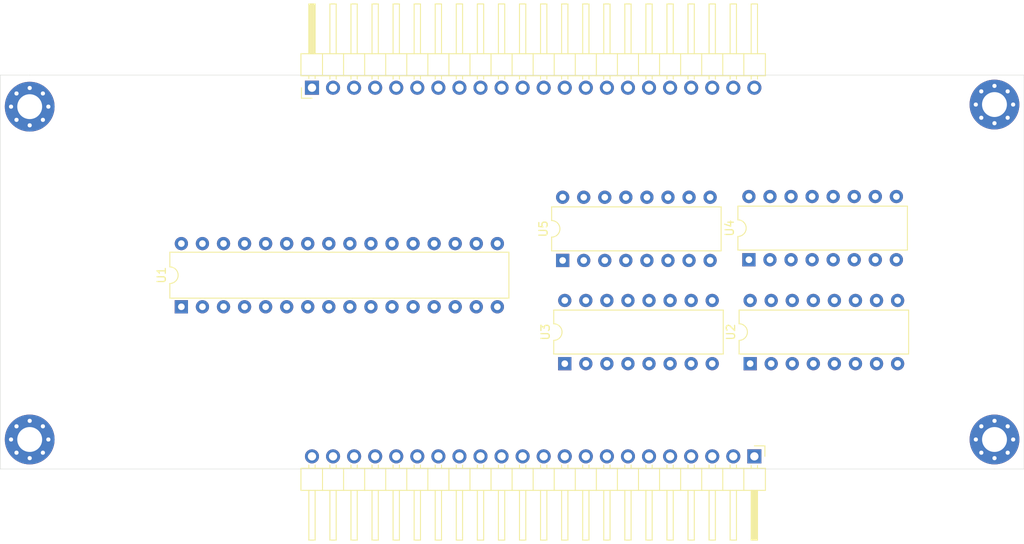
<source format=kicad_pcb>
(kicad_pcb (version 20171130) (host pcbnew "(5.1.10-1-10_14)")

  (general
    (thickness 1.6)
    (drawings 9)
    (tracks 0)
    (zones 0)
    (modules 11)
    (nets 141)
  )

  (page A4)
  (layers
    (0 F.Cu signal)
    (31 B.Cu signal)
    (32 B.Adhes user)
    (33 F.Adhes user)
    (34 B.Paste user)
    (35 F.Paste user)
    (36 B.SilkS user)
    (37 F.SilkS user)
    (38 B.Mask user)
    (39 F.Mask user)
    (40 Dwgs.User user)
    (41 Cmts.User user)
    (42 Eco1.User user)
    (43 Eco2.User user)
    (44 Edge.Cuts user)
    (45 Margin user)
    (46 B.CrtYd user)
    (47 F.CrtYd user)
    (48 B.Fab user)
    (49 F.Fab user)
  )

  (setup
    (last_trace_width 0.25)
    (trace_clearance 0.2)
    (zone_clearance 0.508)
    (zone_45_only no)
    (trace_min 0.2)
    (via_size 0.8)
    (via_drill 0.4)
    (via_min_size 0.4)
    (via_min_drill 0.3)
    (uvia_size 0.3)
    (uvia_drill 0.1)
    (uvias_allowed no)
    (uvia_min_size 0.2)
    (uvia_min_drill 0.1)
    (edge_width 0.05)
    (segment_width 0.2)
    (pcb_text_width 0.3)
    (pcb_text_size 1.5 1.5)
    (mod_edge_width 0.12)
    (mod_text_size 1 1)
    (mod_text_width 0.15)
    (pad_size 1.524 1.524)
    (pad_drill 0.762)
    (pad_to_mask_clearance 0)
    (aux_axis_origin 0 0)
    (visible_elements FFFFFF7F)
    (pcbplotparams
      (layerselection 0x010fc_ffffffff)
      (usegerberextensions false)
      (usegerberattributes true)
      (usegerberadvancedattributes true)
      (creategerberjobfile true)
      (excludeedgelayer true)
      (linewidth 0.100000)
      (plotframeref false)
      (viasonmask false)
      (mode 1)
      (useauxorigin false)
      (hpglpennumber 1)
      (hpglpenspeed 20)
      (hpglpendiameter 15.000000)
      (psnegative false)
      (psa4output false)
      (plotreference true)
      (plotvalue true)
      (plotinvisibletext false)
      (padsonsilk false)
      (subtractmaskfromsilk false)
      (outputformat 1)
      (mirror false)
      (drillshape 1)
      (scaleselection 1)
      (outputdirectory ""))
  )

  (net 0 "")
  (net 1 "Net-(J1-Pad21)")
  (net 2 "Net-(J1-Pad20)")
  (net 3 "Net-(J1-Pad19)")
  (net 4 "Net-(J1-Pad18)")
  (net 5 "Net-(J1-Pad17)")
  (net 6 "Net-(J1-Pad16)")
  (net 7 "Net-(J1-Pad15)")
  (net 8 "Net-(J1-Pad14)")
  (net 9 "Net-(J1-Pad13)")
  (net 10 "Net-(J1-Pad12)")
  (net 11 "Net-(J1-Pad11)")
  (net 12 "Net-(J1-Pad10)")
  (net 13 "Net-(J1-Pad9)")
  (net 14 "Net-(J1-Pad8)")
  (net 15 "Net-(J1-Pad7)")
  (net 16 "Net-(J1-Pad6)")
  (net 17 "Net-(J1-Pad5)")
  (net 18 "Net-(J1-Pad4)")
  (net 19 "Net-(J1-Pad3)")
  (net 20 "Net-(J1-Pad2)")
  (net 21 "Net-(J1-Pad1)")
  (net 22 "Net-(J2-Pad21)")
  (net 23 "Net-(J2-Pad20)")
  (net 24 "Net-(J2-Pad19)")
  (net 25 "Net-(J2-Pad18)")
  (net 26 "Net-(J2-Pad17)")
  (net 27 "Net-(J2-Pad16)")
  (net 28 "Net-(J2-Pad15)")
  (net 29 "Net-(J2-Pad14)")
  (net 30 "Net-(J2-Pad13)")
  (net 31 "Net-(J2-Pad12)")
  (net 32 "Net-(J2-Pad11)")
  (net 33 "Net-(J2-Pad10)")
  (net 34 "Net-(J2-Pad9)")
  (net 35 "Net-(J2-Pad8)")
  (net 36 "Net-(J2-Pad7)")
  (net 37 "Net-(J2-Pad6)")
  (net 38 "Net-(J2-Pad5)")
  (net 39 "Net-(J2-Pad4)")
  (net 40 "Net-(J2-Pad3)")
  (net 41 "Net-(J2-Pad2)")
  (net 42 "Net-(J2-Pad1)")
  (net 43 "Net-(U1-Pad23)")
  (net 44 "Net-(U1-Pad7)")
  (net 45 "Net-(U1-Pad22)")
  (net 46 "Net-(U1-Pad8)")
  (net 47 "Net-(U1-Pad21)")
  (net 48 "Net-(U1-Pad9)")
  (net 49 "Net-(U1-Pad20)")
  (net 50 "Net-(U1-Pad10)")
  (net 51 "Net-(U1-Pad19)")
  (net 52 "Net-(U1-Pad11)")
  (net 53 "Net-(U1-Pad4)")
  (net 54 "Net-(U1-Pad25)")
  (net 55 "Net-(U1-Pad5)")
  (net 56 "Net-(U1-Pad24)")
  (net 57 "Net-(U1-Pad6)")
  (net 58 "Net-(U1-Pad13)")
  (net 59 "Net-(U1-Pad16)")
  (net 60 "Net-(U1-Pad14)")
  (net 61 "Net-(U1-Pad15)")
  (net 62 "Net-(U1-Pad18)")
  (net 63 "Net-(U1-Pad12)")
  (net 64 "Net-(U1-Pad17)")
  (net 65 "Net-(U1-Pad2)")
  (net 66 "Net-(U1-Pad1)")
  (net 67 "Net-(U1-Pad28)")
  (net 68 "Net-(U1-Pad27)")
  (net 69 "Net-(U1-Pad3)")
  (net 70 "Net-(U1-Pad26)")
  (net 71 "Net-(J1-Pad22)")
  (net 72 "Net-(J2-Pad22)")
  (net 73 "Net-(U2-Pad16)")
  (net 74 "Net-(U2-Pad8)")
  (net 75 "Net-(U2-Pad15)")
  (net 76 "Net-(U2-Pad7)")
  (net 77 "Net-(U2-Pad14)")
  (net 78 "Net-(U2-Pad6)")
  (net 79 "Net-(U2-Pad13)")
  (net 80 "Net-(U2-Pad5)")
  (net 81 "Net-(U2-Pad12)")
  (net 82 "Net-(U2-Pad4)")
  (net 83 "Net-(U2-Pad11)")
  (net 84 "Net-(U2-Pad3)")
  (net 85 "Net-(U2-Pad10)")
  (net 86 "Net-(U2-Pad2)")
  (net 87 "Net-(U2-Pad9)")
  (net 88 "Net-(U2-Pad1)")
  (net 89 "Net-(U3-Pad16)")
  (net 90 "Net-(U3-Pad8)")
  (net 91 "Net-(U3-Pad15)")
  (net 92 "Net-(U3-Pad7)")
  (net 93 "Net-(U3-Pad14)")
  (net 94 "Net-(U3-Pad6)")
  (net 95 "Net-(U3-Pad13)")
  (net 96 "Net-(U3-Pad5)")
  (net 97 "Net-(U3-Pad12)")
  (net 98 "Net-(U3-Pad4)")
  (net 99 "Net-(U3-Pad11)")
  (net 100 "Net-(U3-Pad3)")
  (net 101 "Net-(U3-Pad10)")
  (net 102 "Net-(U3-Pad2)")
  (net 103 "Net-(U3-Pad9)")
  (net 104 "Net-(U3-Pad1)")
  (net 105 "Net-(U4-Pad16)")
  (net 106 "Net-(U4-Pad8)")
  (net 107 "Net-(U4-Pad15)")
  (net 108 "Net-(U4-Pad7)")
  (net 109 "Net-(U4-Pad14)")
  (net 110 "Net-(U4-Pad6)")
  (net 111 "Net-(U4-Pad13)")
  (net 112 "Net-(U4-Pad5)")
  (net 113 "Net-(U4-Pad12)")
  (net 114 "Net-(U4-Pad4)")
  (net 115 "Net-(U4-Pad11)")
  (net 116 "Net-(U4-Pad3)")
  (net 117 "Net-(U4-Pad10)")
  (net 118 "Net-(U4-Pad2)")
  (net 119 "Net-(U4-Pad9)")
  (net 120 "Net-(U4-Pad1)")
  (net 121 "Net-(U5-Pad16)")
  (net 122 "Net-(U5-Pad8)")
  (net 123 "Net-(U5-Pad15)")
  (net 124 "Net-(U5-Pad7)")
  (net 125 "Net-(U5-Pad14)")
  (net 126 "Net-(U5-Pad6)")
  (net 127 "Net-(U5-Pad13)")
  (net 128 "Net-(U5-Pad5)")
  (net 129 "Net-(U5-Pad12)")
  (net 130 "Net-(U5-Pad4)")
  (net 131 "Net-(U5-Pad11)")
  (net 132 "Net-(U5-Pad3)")
  (net 133 "Net-(U5-Pad10)")
  (net 134 "Net-(U5-Pad2)")
  (net 135 "Net-(U5-Pad9)")
  (net 136 "Net-(U5-Pad1)")
  (net 137 "Net-(U1-Pad32)")
  (net 138 "Net-(U1-Pad31)")
  (net 139 "Net-(U1-Pad30)")
  (net 140 "Net-(U1-Pad29)")

  (net_class Default "This is the default net class."
    (clearance 0.2)
    (trace_width 0.25)
    (via_dia 0.8)
    (via_drill 0.4)
    (uvia_dia 0.3)
    (uvia_drill 0.1)
    (add_net "Net-(J1-Pad1)")
    (add_net "Net-(J1-Pad10)")
    (add_net "Net-(J1-Pad11)")
    (add_net "Net-(J1-Pad12)")
    (add_net "Net-(J1-Pad13)")
    (add_net "Net-(J1-Pad14)")
    (add_net "Net-(J1-Pad15)")
    (add_net "Net-(J1-Pad16)")
    (add_net "Net-(J1-Pad17)")
    (add_net "Net-(J1-Pad18)")
    (add_net "Net-(J1-Pad19)")
    (add_net "Net-(J1-Pad2)")
    (add_net "Net-(J1-Pad20)")
    (add_net "Net-(J1-Pad21)")
    (add_net "Net-(J1-Pad22)")
    (add_net "Net-(J1-Pad3)")
    (add_net "Net-(J1-Pad4)")
    (add_net "Net-(J1-Pad5)")
    (add_net "Net-(J1-Pad6)")
    (add_net "Net-(J1-Pad7)")
    (add_net "Net-(J1-Pad8)")
    (add_net "Net-(J1-Pad9)")
    (add_net "Net-(J2-Pad1)")
    (add_net "Net-(J2-Pad10)")
    (add_net "Net-(J2-Pad11)")
    (add_net "Net-(J2-Pad12)")
    (add_net "Net-(J2-Pad13)")
    (add_net "Net-(J2-Pad14)")
    (add_net "Net-(J2-Pad15)")
    (add_net "Net-(J2-Pad16)")
    (add_net "Net-(J2-Pad17)")
    (add_net "Net-(J2-Pad18)")
    (add_net "Net-(J2-Pad19)")
    (add_net "Net-(J2-Pad2)")
    (add_net "Net-(J2-Pad20)")
    (add_net "Net-(J2-Pad21)")
    (add_net "Net-(J2-Pad22)")
    (add_net "Net-(J2-Pad3)")
    (add_net "Net-(J2-Pad4)")
    (add_net "Net-(J2-Pad5)")
    (add_net "Net-(J2-Pad6)")
    (add_net "Net-(J2-Pad7)")
    (add_net "Net-(J2-Pad8)")
    (add_net "Net-(J2-Pad9)")
    (add_net "Net-(U1-Pad1)")
    (add_net "Net-(U1-Pad10)")
    (add_net "Net-(U1-Pad11)")
    (add_net "Net-(U1-Pad12)")
    (add_net "Net-(U1-Pad13)")
    (add_net "Net-(U1-Pad14)")
    (add_net "Net-(U1-Pad15)")
    (add_net "Net-(U1-Pad16)")
    (add_net "Net-(U1-Pad17)")
    (add_net "Net-(U1-Pad18)")
    (add_net "Net-(U1-Pad19)")
    (add_net "Net-(U1-Pad2)")
    (add_net "Net-(U1-Pad20)")
    (add_net "Net-(U1-Pad21)")
    (add_net "Net-(U1-Pad22)")
    (add_net "Net-(U1-Pad23)")
    (add_net "Net-(U1-Pad24)")
    (add_net "Net-(U1-Pad25)")
    (add_net "Net-(U1-Pad26)")
    (add_net "Net-(U1-Pad27)")
    (add_net "Net-(U1-Pad28)")
    (add_net "Net-(U1-Pad29)")
    (add_net "Net-(U1-Pad3)")
    (add_net "Net-(U1-Pad30)")
    (add_net "Net-(U1-Pad31)")
    (add_net "Net-(U1-Pad32)")
    (add_net "Net-(U1-Pad4)")
    (add_net "Net-(U1-Pad5)")
    (add_net "Net-(U1-Pad6)")
    (add_net "Net-(U1-Pad7)")
    (add_net "Net-(U1-Pad8)")
    (add_net "Net-(U1-Pad9)")
    (add_net "Net-(U2-Pad1)")
    (add_net "Net-(U2-Pad10)")
    (add_net "Net-(U2-Pad11)")
    (add_net "Net-(U2-Pad12)")
    (add_net "Net-(U2-Pad13)")
    (add_net "Net-(U2-Pad14)")
    (add_net "Net-(U2-Pad15)")
    (add_net "Net-(U2-Pad16)")
    (add_net "Net-(U2-Pad2)")
    (add_net "Net-(U2-Pad3)")
    (add_net "Net-(U2-Pad4)")
    (add_net "Net-(U2-Pad5)")
    (add_net "Net-(U2-Pad6)")
    (add_net "Net-(U2-Pad7)")
    (add_net "Net-(U2-Pad8)")
    (add_net "Net-(U2-Pad9)")
    (add_net "Net-(U3-Pad1)")
    (add_net "Net-(U3-Pad10)")
    (add_net "Net-(U3-Pad11)")
    (add_net "Net-(U3-Pad12)")
    (add_net "Net-(U3-Pad13)")
    (add_net "Net-(U3-Pad14)")
    (add_net "Net-(U3-Pad15)")
    (add_net "Net-(U3-Pad16)")
    (add_net "Net-(U3-Pad2)")
    (add_net "Net-(U3-Pad3)")
    (add_net "Net-(U3-Pad4)")
    (add_net "Net-(U3-Pad5)")
    (add_net "Net-(U3-Pad6)")
    (add_net "Net-(U3-Pad7)")
    (add_net "Net-(U3-Pad8)")
    (add_net "Net-(U3-Pad9)")
    (add_net "Net-(U4-Pad1)")
    (add_net "Net-(U4-Pad10)")
    (add_net "Net-(U4-Pad11)")
    (add_net "Net-(U4-Pad12)")
    (add_net "Net-(U4-Pad13)")
    (add_net "Net-(U4-Pad14)")
    (add_net "Net-(U4-Pad15)")
    (add_net "Net-(U4-Pad16)")
    (add_net "Net-(U4-Pad2)")
    (add_net "Net-(U4-Pad3)")
    (add_net "Net-(U4-Pad4)")
    (add_net "Net-(U4-Pad5)")
    (add_net "Net-(U4-Pad6)")
    (add_net "Net-(U4-Pad7)")
    (add_net "Net-(U4-Pad8)")
    (add_net "Net-(U4-Pad9)")
    (add_net "Net-(U5-Pad1)")
    (add_net "Net-(U5-Pad10)")
    (add_net "Net-(U5-Pad11)")
    (add_net "Net-(U5-Pad12)")
    (add_net "Net-(U5-Pad13)")
    (add_net "Net-(U5-Pad14)")
    (add_net "Net-(U5-Pad15)")
    (add_net "Net-(U5-Pad16)")
    (add_net "Net-(U5-Pad2)")
    (add_net "Net-(U5-Pad3)")
    (add_net "Net-(U5-Pad4)")
    (add_net "Net-(U5-Pad5)")
    (add_net "Net-(U5-Pad6)")
    (add_net "Net-(U5-Pad7)")
    (add_net "Net-(U5-Pad8)")
    (add_net "Net-(U5-Pad9)")
  )

  (module Package_DIP:DIP-32_W7.62mm (layer F.Cu) (tedit 5A02E8C5) (tstamp 611DDE06)
    (at -29.21 52.578 90)
    (descr "32-lead dip package, row spacing 7.62 mm (300 mils)")
    (tags "DIL DIP PDIP 2.54mm 7.62mm 300mil")
    (path /61AD94EC)
    (fp_text reference U1 (at 3.81 -2.39 90) (layer F.SilkS)
      (effects (font (size 1 1) (thickness 0.15)))
    )
    (fp_text value IS61C1024-15N (at 3.81 40.49 90) (layer F.Fab)
      (effects (font (size 1 1) (thickness 0.15)))
    )
    (fp_arc (start 3.81 -1.39) (end 2.81 -1.39) (angle -180) (layer F.SilkS) (width 0.12))
    (fp_text user %R (at 3.81 19.05 90) (layer F.Fab)
      (effects (font (size 1 1) (thickness 0.15)))
    )
    (fp_line (start 1.255 -1.27) (end 7.365 -1.27) (layer F.Fab) (width 0.1))
    (fp_line (start 7.365 -1.27) (end 7.365 39.37) (layer F.Fab) (width 0.1))
    (fp_line (start 7.365 39.37) (end 0.255 39.37) (layer F.Fab) (width 0.1))
    (fp_line (start 0.255 39.37) (end 0.255 -0.27) (layer F.Fab) (width 0.1))
    (fp_line (start 0.255 -0.27) (end 1.255 -1.27) (layer F.Fab) (width 0.1))
    (fp_line (start 2.81 -1.39) (end 1.04 -1.39) (layer F.SilkS) (width 0.12))
    (fp_line (start 1.04 -1.39) (end 1.04 39.49) (layer F.SilkS) (width 0.12))
    (fp_line (start 1.04 39.49) (end 6.58 39.49) (layer F.SilkS) (width 0.12))
    (fp_line (start 6.58 39.49) (end 6.58 -1.39) (layer F.SilkS) (width 0.12))
    (fp_line (start 6.58 -1.39) (end 4.81 -1.39) (layer F.SilkS) (width 0.12))
    (fp_line (start -1.1 -1.6) (end -1.1 39.7) (layer F.CrtYd) (width 0.05))
    (fp_line (start -1.1 39.7) (end 8.68 39.7) (layer F.CrtYd) (width 0.05))
    (fp_line (start 8.68 39.7) (end 8.68 -1.6) (layer F.CrtYd) (width 0.05))
    (fp_line (start 8.68 -1.6) (end -1.1 -1.6) (layer F.CrtYd) (width 0.05))
    (pad 32 thru_hole oval (at 7.62 0 90) (size 1.6 1.6) (drill 0.8) (layers *.Cu *.Mask)
      (net 137 "Net-(U1-Pad32)"))
    (pad 16 thru_hole oval (at 0 38.1 90) (size 1.6 1.6) (drill 0.8) (layers *.Cu *.Mask)
      (net 59 "Net-(U1-Pad16)"))
    (pad 31 thru_hole oval (at 7.62 2.54 90) (size 1.6 1.6) (drill 0.8) (layers *.Cu *.Mask)
      (net 138 "Net-(U1-Pad31)"))
    (pad 15 thru_hole oval (at 0 35.56 90) (size 1.6 1.6) (drill 0.8) (layers *.Cu *.Mask)
      (net 61 "Net-(U1-Pad15)"))
    (pad 30 thru_hole oval (at 7.62 5.08 90) (size 1.6 1.6) (drill 0.8) (layers *.Cu *.Mask)
      (net 139 "Net-(U1-Pad30)"))
    (pad 14 thru_hole oval (at 0 33.02 90) (size 1.6 1.6) (drill 0.8) (layers *.Cu *.Mask)
      (net 60 "Net-(U1-Pad14)"))
    (pad 29 thru_hole oval (at 7.62 7.62 90) (size 1.6 1.6) (drill 0.8) (layers *.Cu *.Mask)
      (net 140 "Net-(U1-Pad29)"))
    (pad 13 thru_hole oval (at 0 30.48 90) (size 1.6 1.6) (drill 0.8) (layers *.Cu *.Mask)
      (net 58 "Net-(U1-Pad13)"))
    (pad 28 thru_hole oval (at 7.62 10.16 90) (size 1.6 1.6) (drill 0.8) (layers *.Cu *.Mask)
      (net 67 "Net-(U1-Pad28)"))
    (pad 12 thru_hole oval (at 0 27.94 90) (size 1.6 1.6) (drill 0.8) (layers *.Cu *.Mask)
      (net 63 "Net-(U1-Pad12)"))
    (pad 27 thru_hole oval (at 7.62 12.7 90) (size 1.6 1.6) (drill 0.8) (layers *.Cu *.Mask)
      (net 68 "Net-(U1-Pad27)"))
    (pad 11 thru_hole oval (at 0 25.4 90) (size 1.6 1.6) (drill 0.8) (layers *.Cu *.Mask)
      (net 52 "Net-(U1-Pad11)"))
    (pad 26 thru_hole oval (at 7.62 15.24 90) (size 1.6 1.6) (drill 0.8) (layers *.Cu *.Mask)
      (net 70 "Net-(U1-Pad26)"))
    (pad 10 thru_hole oval (at 0 22.86 90) (size 1.6 1.6) (drill 0.8) (layers *.Cu *.Mask)
      (net 50 "Net-(U1-Pad10)"))
    (pad 25 thru_hole oval (at 7.62 17.78 90) (size 1.6 1.6) (drill 0.8) (layers *.Cu *.Mask)
      (net 54 "Net-(U1-Pad25)"))
    (pad 9 thru_hole oval (at 0 20.32 90) (size 1.6 1.6) (drill 0.8) (layers *.Cu *.Mask)
      (net 48 "Net-(U1-Pad9)"))
    (pad 24 thru_hole oval (at 7.62 20.32 90) (size 1.6 1.6) (drill 0.8) (layers *.Cu *.Mask)
      (net 56 "Net-(U1-Pad24)"))
    (pad 8 thru_hole oval (at 0 17.78 90) (size 1.6 1.6) (drill 0.8) (layers *.Cu *.Mask)
      (net 46 "Net-(U1-Pad8)"))
    (pad 23 thru_hole oval (at 7.62 22.86 90) (size 1.6 1.6) (drill 0.8) (layers *.Cu *.Mask)
      (net 43 "Net-(U1-Pad23)"))
    (pad 7 thru_hole oval (at 0 15.24 90) (size 1.6 1.6) (drill 0.8) (layers *.Cu *.Mask)
      (net 44 "Net-(U1-Pad7)"))
    (pad 22 thru_hole oval (at 7.62 25.4 90) (size 1.6 1.6) (drill 0.8) (layers *.Cu *.Mask)
      (net 45 "Net-(U1-Pad22)"))
    (pad 6 thru_hole oval (at 0 12.7 90) (size 1.6 1.6) (drill 0.8) (layers *.Cu *.Mask)
      (net 57 "Net-(U1-Pad6)"))
    (pad 21 thru_hole oval (at 7.62 27.94 90) (size 1.6 1.6) (drill 0.8) (layers *.Cu *.Mask)
      (net 47 "Net-(U1-Pad21)"))
    (pad 5 thru_hole oval (at 0 10.16 90) (size 1.6 1.6) (drill 0.8) (layers *.Cu *.Mask)
      (net 55 "Net-(U1-Pad5)"))
    (pad 20 thru_hole oval (at 7.62 30.48 90) (size 1.6 1.6) (drill 0.8) (layers *.Cu *.Mask)
      (net 49 "Net-(U1-Pad20)"))
    (pad 4 thru_hole oval (at 0 7.62 90) (size 1.6 1.6) (drill 0.8) (layers *.Cu *.Mask)
      (net 53 "Net-(U1-Pad4)"))
    (pad 19 thru_hole oval (at 7.62 33.02 90) (size 1.6 1.6) (drill 0.8) (layers *.Cu *.Mask)
      (net 51 "Net-(U1-Pad19)"))
    (pad 3 thru_hole oval (at 0 5.08 90) (size 1.6 1.6) (drill 0.8) (layers *.Cu *.Mask)
      (net 69 "Net-(U1-Pad3)"))
    (pad 18 thru_hole oval (at 7.62 35.56 90) (size 1.6 1.6) (drill 0.8) (layers *.Cu *.Mask)
      (net 62 "Net-(U1-Pad18)"))
    (pad 2 thru_hole oval (at 0 2.54 90) (size 1.6 1.6) (drill 0.8) (layers *.Cu *.Mask)
      (net 65 "Net-(U1-Pad2)"))
    (pad 17 thru_hole oval (at 7.62 38.1 90) (size 1.6 1.6) (drill 0.8) (layers *.Cu *.Mask)
      (net 64 "Net-(U1-Pad17)"))
    (pad 1 thru_hole rect (at 0 0 90) (size 1.6 1.6) (drill 0.8) (layers *.Cu *.Mask)
      (net 66 "Net-(U1-Pad1)"))
    (model ${KISYS3DMOD}/Package_DIP.3dshapes/DIP-32_W7.62mm.wrl
      (at (xyz 0 0 0))
      (scale (xyz 1 1 1))
      (rotate (xyz 0 0 0))
    )
  )

  (module MountingHole:MountingHole_3mm_Pad_Via (layer F.Cu) (tedit 56DDBED4) (tstamp 611DB4DB)
    (at -47.498 68.58)
    (descr "Mounting Hole 3mm")
    (tags "mounting hole 3mm")
    (attr virtual)
    (fp_text reference REF** (at 0 -4) (layer F.SilkS) hide
      (effects (font (size 1 1) (thickness 0.15)))
    )
    (fp_text value MountingHole_3mm_Pad_Via (at 0 4) (layer F.Fab) hide
      (effects (font (size 1 1) (thickness 0.15)))
    )
    (fp_text user %R (at 0.3 0) (layer F.Fab) hide
      (effects (font (size 1 1) (thickness 0.15)))
    )
    (fp_circle (center 0 0) (end 3 0) (layer Cmts.User) (width 0.15))
    (fp_circle (center 0 0) (end 3.25 0) (layer F.CrtYd) (width 0.05))
    (pad 1 thru_hole circle (at 1.59099 -1.59099) (size 0.8 0.8) (drill 0.5) (layers *.Cu *.Mask))
    (pad 1 thru_hole circle (at 0 -2.25) (size 0.8 0.8) (drill 0.5) (layers *.Cu *.Mask))
    (pad 1 thru_hole circle (at -1.59099 -1.59099) (size 0.8 0.8) (drill 0.5) (layers *.Cu *.Mask))
    (pad 1 thru_hole circle (at -2.25 0) (size 0.8 0.8) (drill 0.5) (layers *.Cu *.Mask))
    (pad 1 thru_hole circle (at -1.59099 1.59099) (size 0.8 0.8) (drill 0.5) (layers *.Cu *.Mask))
    (pad 1 thru_hole circle (at 0 2.25) (size 0.8 0.8) (drill 0.5) (layers *.Cu *.Mask))
    (pad 1 thru_hole circle (at 1.59099 1.59099) (size 0.8 0.8) (drill 0.5) (layers *.Cu *.Mask))
    (pad 1 thru_hole circle (at 2.25 0) (size 0.8 0.8) (drill 0.5) (layers *.Cu *.Mask))
    (pad 1 thru_hole circle (at 0 0) (size 6 6) (drill 3) (layers *.Cu *.Mask))
  )

  (module MountingHole:MountingHole_3mm_Pad_Via (layer F.Cu) (tedit 56DDBED4) (tstamp 611DB3E6)
    (at 68.834 68.58)
    (descr "Mounting Hole 3mm")
    (tags "mounting hole 3mm")
    (attr virtual)
    (fp_text reference REF** (at 0 -4) (layer F.SilkS) hide
      (effects (font (size 1 1) (thickness 0.15)))
    )
    (fp_text value MountingHole_3mm_Pad_Via (at 0 4) (layer F.Fab) hide
      (effects (font (size 1 1) (thickness 0.15)))
    )
    (fp_text user %R (at 0.3 0) (layer F.Fab) hide
      (effects (font (size 1 1) (thickness 0.15)))
    )
    (fp_circle (center 0 0) (end 3 0) (layer Cmts.User) (width 0.15))
    (fp_circle (center 0 0) (end 3.25 0) (layer F.CrtYd) (width 0.05))
    (pad 1 thru_hole circle (at 1.59099 -1.59099) (size 0.8 0.8) (drill 0.5) (layers *.Cu *.Mask))
    (pad 1 thru_hole circle (at 0 -2.25) (size 0.8 0.8) (drill 0.5) (layers *.Cu *.Mask))
    (pad 1 thru_hole circle (at -1.59099 -1.59099) (size 0.8 0.8) (drill 0.5) (layers *.Cu *.Mask))
    (pad 1 thru_hole circle (at -2.25 0) (size 0.8 0.8) (drill 0.5) (layers *.Cu *.Mask))
    (pad 1 thru_hole circle (at -1.59099 1.59099) (size 0.8 0.8) (drill 0.5) (layers *.Cu *.Mask))
    (pad 1 thru_hole circle (at 0 2.25) (size 0.8 0.8) (drill 0.5) (layers *.Cu *.Mask))
    (pad 1 thru_hole circle (at 1.59099 1.59099) (size 0.8 0.8) (drill 0.5) (layers *.Cu *.Mask))
    (pad 1 thru_hole circle (at 2.25 0) (size 0.8 0.8) (drill 0.5) (layers *.Cu *.Mask))
    (pad 1 thru_hole circle (at 0 0) (size 6 6) (drill 3) (layers *.Cu *.Mask))
  )

  (module MountingHole:MountingHole_3mm_Pad_Via (layer F.Cu) (tedit 56DDBED4) (tstamp 611DB34D)
    (at -47.498 28.448)
    (descr "Mounting Hole 3mm")
    (tags "mounting hole 3mm")
    (attr virtual)
    (fp_text reference REF** (at 0 -4) (layer F.SilkS) hide
      (effects (font (size 1 1) (thickness 0.15)))
    )
    (fp_text value MountingHole_3mm_Pad_Via (at 0 4) (layer F.Fab) hide
      (effects (font (size 1 1) (thickness 0.15)))
    )
    (fp_circle (center 0 0) (end 3.25 0) (layer F.CrtYd) (width 0.05))
    (fp_circle (center 0 0) (end 3 0) (layer Cmts.User) (width 0.15))
    (fp_text user %R (at 0.3 0) (layer F.Fab) hide
      (effects (font (size 1 1) (thickness 0.15)))
    )
    (pad 1 thru_hole circle (at 0 0) (size 6 6) (drill 3) (layers *.Cu *.Mask))
    (pad 1 thru_hole circle (at 2.25 0) (size 0.8 0.8) (drill 0.5) (layers *.Cu *.Mask))
    (pad 1 thru_hole circle (at 1.59099 1.59099) (size 0.8 0.8) (drill 0.5) (layers *.Cu *.Mask))
    (pad 1 thru_hole circle (at 0 2.25) (size 0.8 0.8) (drill 0.5) (layers *.Cu *.Mask))
    (pad 1 thru_hole circle (at -1.59099 1.59099) (size 0.8 0.8) (drill 0.5) (layers *.Cu *.Mask))
    (pad 1 thru_hole circle (at -2.25 0) (size 0.8 0.8) (drill 0.5) (layers *.Cu *.Mask))
    (pad 1 thru_hole circle (at -1.59099 -1.59099) (size 0.8 0.8) (drill 0.5) (layers *.Cu *.Mask))
    (pad 1 thru_hole circle (at 0 -2.25) (size 0.8 0.8) (drill 0.5) (layers *.Cu *.Mask))
    (pad 1 thru_hole circle (at 1.59099 -1.59099) (size 0.8 0.8) (drill 0.5) (layers *.Cu *.Mask))
  )

  (module MountingHole:MountingHole_3mm_Pad_Via (layer F.Cu) (tedit 56DDBED4) (tstamp 611DB305)
    (at 68.83 28.194)
    (descr "Mounting Hole 3mm")
    (tags "mounting hole 3mm")
    (attr virtual)
    (fp_text reference REF** (at 0 -4) (layer F.SilkS) hide
      (effects (font (size 1 1) (thickness 0.15)))
    )
    (fp_text value MountingHole_3mm_Pad_Via (at 0 4) (layer F.Fab) hide
      (effects (font (size 1 1) (thickness 0.15)))
    )
    (fp_text user %R (at 0.3 0) (layer F.Fab) hide
      (effects (font (size 1 1) (thickness 0.15)))
    )
    (fp_circle (center 0 0) (end 3 0) (layer Cmts.User) (width 0.15))
    (fp_circle (center 0 0) (end 3.25 0) (layer F.CrtYd) (width 0.05))
    (pad 1 thru_hole circle (at 1.59099 -1.59099) (size 0.8 0.8) (drill 0.5) (layers *.Cu *.Mask))
    (pad 1 thru_hole circle (at 0 -2.25) (size 0.8 0.8) (drill 0.5) (layers *.Cu *.Mask))
    (pad 1 thru_hole circle (at -1.59099 -1.59099) (size 0.8 0.8) (drill 0.5) (layers *.Cu *.Mask))
    (pad 1 thru_hole circle (at -2.25 0) (size 0.8 0.8) (drill 0.5) (layers *.Cu *.Mask))
    (pad 1 thru_hole circle (at -1.59099 1.59099) (size 0.8 0.8) (drill 0.5) (layers *.Cu *.Mask))
    (pad 1 thru_hole circle (at 0 2.25) (size 0.8 0.8) (drill 0.5) (layers *.Cu *.Mask))
    (pad 1 thru_hole circle (at 1.59099 1.59099) (size 0.8 0.8) (drill 0.5) (layers *.Cu *.Mask))
    (pad 1 thru_hole circle (at 2.25 0) (size 0.8 0.8) (drill 0.5) (layers *.Cu *.Mask))
    (pad 1 thru_hole circle (at 0 0) (size 6 6) (drill 3) (layers *.Cu *.Mask))
  )

  (module Package_DIP:DIP-16_W7.62mm (layer F.Cu) (tedit 5A02E8C5) (tstamp 611DA09A)
    (at 16.764 46.99 90)
    (descr "16-lead though-hole mounted DIP package, row spacing 7.62 mm (300 mils)")
    (tags "THT DIP DIL PDIP 2.54mm 7.62mm 300mil")
    (path /61AC8DA7)
    (fp_text reference U5 (at 3.81 -2.33 90) (layer F.SilkS)
      (effects (font (size 1 1) (thickness 0.15)))
    )
    (fp_text value 74LS173 (at 3.81 20.11 90) (layer F.Fab)
      (effects (font (size 1 1) (thickness 0.15)))
    )
    (fp_text user %R (at 3.81 8.89 90) (layer F.Fab)
      (effects (font (size 1 1) (thickness 0.15)))
    )
    (fp_arc (start 3.81 -1.33) (end 2.81 -1.33) (angle -180) (layer F.SilkS) (width 0.12))
    (fp_line (start 1.635 -1.27) (end 6.985 -1.27) (layer F.Fab) (width 0.1))
    (fp_line (start 6.985 -1.27) (end 6.985 19.05) (layer F.Fab) (width 0.1))
    (fp_line (start 6.985 19.05) (end 0.635 19.05) (layer F.Fab) (width 0.1))
    (fp_line (start 0.635 19.05) (end 0.635 -0.27) (layer F.Fab) (width 0.1))
    (fp_line (start 0.635 -0.27) (end 1.635 -1.27) (layer F.Fab) (width 0.1))
    (fp_line (start 2.81 -1.33) (end 1.16 -1.33) (layer F.SilkS) (width 0.12))
    (fp_line (start 1.16 -1.33) (end 1.16 19.11) (layer F.SilkS) (width 0.12))
    (fp_line (start 1.16 19.11) (end 6.46 19.11) (layer F.SilkS) (width 0.12))
    (fp_line (start 6.46 19.11) (end 6.46 -1.33) (layer F.SilkS) (width 0.12))
    (fp_line (start 6.46 -1.33) (end 4.81 -1.33) (layer F.SilkS) (width 0.12))
    (fp_line (start -1.1 -1.55) (end -1.1 19.3) (layer F.CrtYd) (width 0.05))
    (fp_line (start -1.1 19.3) (end 8.7 19.3) (layer F.CrtYd) (width 0.05))
    (fp_line (start 8.7 19.3) (end 8.7 -1.55) (layer F.CrtYd) (width 0.05))
    (fp_line (start 8.7 -1.55) (end -1.1 -1.55) (layer F.CrtYd) (width 0.05))
    (pad 16 thru_hole oval (at 7.62 0 90) (size 1.6 1.6) (drill 0.8) (layers *.Cu *.Mask)
      (net 121 "Net-(U5-Pad16)"))
    (pad 8 thru_hole oval (at 0 17.78 90) (size 1.6 1.6) (drill 0.8) (layers *.Cu *.Mask)
      (net 122 "Net-(U5-Pad8)"))
    (pad 15 thru_hole oval (at 7.62 2.54 90) (size 1.6 1.6) (drill 0.8) (layers *.Cu *.Mask)
      (net 123 "Net-(U5-Pad15)"))
    (pad 7 thru_hole oval (at 0 15.24 90) (size 1.6 1.6) (drill 0.8) (layers *.Cu *.Mask)
      (net 124 "Net-(U5-Pad7)"))
    (pad 14 thru_hole oval (at 7.62 5.08 90) (size 1.6 1.6) (drill 0.8) (layers *.Cu *.Mask)
      (net 125 "Net-(U5-Pad14)"))
    (pad 6 thru_hole oval (at 0 12.7 90) (size 1.6 1.6) (drill 0.8) (layers *.Cu *.Mask)
      (net 126 "Net-(U5-Pad6)"))
    (pad 13 thru_hole oval (at 7.62 7.62 90) (size 1.6 1.6) (drill 0.8) (layers *.Cu *.Mask)
      (net 127 "Net-(U5-Pad13)"))
    (pad 5 thru_hole oval (at 0 10.16 90) (size 1.6 1.6) (drill 0.8) (layers *.Cu *.Mask)
      (net 128 "Net-(U5-Pad5)"))
    (pad 12 thru_hole oval (at 7.62 10.16 90) (size 1.6 1.6) (drill 0.8) (layers *.Cu *.Mask)
      (net 129 "Net-(U5-Pad12)"))
    (pad 4 thru_hole oval (at 0 7.62 90) (size 1.6 1.6) (drill 0.8) (layers *.Cu *.Mask)
      (net 130 "Net-(U5-Pad4)"))
    (pad 11 thru_hole oval (at 7.62 12.7 90) (size 1.6 1.6) (drill 0.8) (layers *.Cu *.Mask)
      (net 131 "Net-(U5-Pad11)"))
    (pad 3 thru_hole oval (at 0 5.08 90) (size 1.6 1.6) (drill 0.8) (layers *.Cu *.Mask)
      (net 132 "Net-(U5-Pad3)"))
    (pad 10 thru_hole oval (at 7.62 15.24 90) (size 1.6 1.6) (drill 0.8) (layers *.Cu *.Mask)
      (net 133 "Net-(U5-Pad10)"))
    (pad 2 thru_hole oval (at 0 2.54 90) (size 1.6 1.6) (drill 0.8) (layers *.Cu *.Mask)
      (net 134 "Net-(U5-Pad2)"))
    (pad 9 thru_hole oval (at 7.62 17.78 90) (size 1.6 1.6) (drill 0.8) (layers *.Cu *.Mask)
      (net 135 "Net-(U5-Pad9)"))
    (pad 1 thru_hole rect (at 0 0 90) (size 1.6 1.6) (drill 0.8) (layers *.Cu *.Mask)
      (net 136 "Net-(U5-Pad1)"))
    (model ${KISYS3DMOD}/Package_DIP.3dshapes/DIP-16_W7.62mm.wrl
      (at (xyz 0 0 0))
      (scale (xyz 1 1 1))
      (rotate (xyz 0 0 0))
    )
  )

  (module Package_DIP:DIP-16_W7.62mm (layer F.Cu) (tedit 5A02E8C5) (tstamp 611DA076)
    (at 39.222 46.904 90)
    (descr "16-lead though-hole mounted DIP package, row spacing 7.62 mm (300 mils)")
    (tags "THT DIP DIL PDIP 2.54mm 7.62mm 300mil")
    (path /61AC80F1)
    (fp_text reference U4 (at 3.81 -2.33 90) (layer F.SilkS)
      (effects (font (size 1 1) (thickness 0.15)))
    )
    (fp_text value 74LS173 (at 3.81 20.11 90) (layer F.Fab)
      (effects (font (size 1 1) (thickness 0.15)))
    )
    (fp_text user %R (at 3.81 8.89 90) (layer F.Fab)
      (effects (font (size 1 1) (thickness 0.15)))
    )
    (fp_arc (start 3.81 -1.33) (end 2.81 -1.33) (angle -180) (layer F.SilkS) (width 0.12))
    (fp_line (start 1.635 -1.27) (end 6.985 -1.27) (layer F.Fab) (width 0.1))
    (fp_line (start 6.985 -1.27) (end 6.985 19.05) (layer F.Fab) (width 0.1))
    (fp_line (start 6.985 19.05) (end 0.635 19.05) (layer F.Fab) (width 0.1))
    (fp_line (start 0.635 19.05) (end 0.635 -0.27) (layer F.Fab) (width 0.1))
    (fp_line (start 0.635 -0.27) (end 1.635 -1.27) (layer F.Fab) (width 0.1))
    (fp_line (start 2.81 -1.33) (end 1.16 -1.33) (layer F.SilkS) (width 0.12))
    (fp_line (start 1.16 -1.33) (end 1.16 19.11) (layer F.SilkS) (width 0.12))
    (fp_line (start 1.16 19.11) (end 6.46 19.11) (layer F.SilkS) (width 0.12))
    (fp_line (start 6.46 19.11) (end 6.46 -1.33) (layer F.SilkS) (width 0.12))
    (fp_line (start 6.46 -1.33) (end 4.81 -1.33) (layer F.SilkS) (width 0.12))
    (fp_line (start -1.1 -1.55) (end -1.1 19.3) (layer F.CrtYd) (width 0.05))
    (fp_line (start -1.1 19.3) (end 8.7 19.3) (layer F.CrtYd) (width 0.05))
    (fp_line (start 8.7 19.3) (end 8.7 -1.55) (layer F.CrtYd) (width 0.05))
    (fp_line (start 8.7 -1.55) (end -1.1 -1.55) (layer F.CrtYd) (width 0.05))
    (pad 16 thru_hole oval (at 7.62 0 90) (size 1.6 1.6) (drill 0.8) (layers *.Cu *.Mask)
      (net 105 "Net-(U4-Pad16)"))
    (pad 8 thru_hole oval (at 0 17.78 90) (size 1.6 1.6) (drill 0.8) (layers *.Cu *.Mask)
      (net 106 "Net-(U4-Pad8)"))
    (pad 15 thru_hole oval (at 7.62 2.54 90) (size 1.6 1.6) (drill 0.8) (layers *.Cu *.Mask)
      (net 107 "Net-(U4-Pad15)"))
    (pad 7 thru_hole oval (at 0 15.24 90) (size 1.6 1.6) (drill 0.8) (layers *.Cu *.Mask)
      (net 108 "Net-(U4-Pad7)"))
    (pad 14 thru_hole oval (at 7.62 5.08 90) (size 1.6 1.6) (drill 0.8) (layers *.Cu *.Mask)
      (net 109 "Net-(U4-Pad14)"))
    (pad 6 thru_hole oval (at 0 12.7 90) (size 1.6 1.6) (drill 0.8) (layers *.Cu *.Mask)
      (net 110 "Net-(U4-Pad6)"))
    (pad 13 thru_hole oval (at 7.62 7.62 90) (size 1.6 1.6) (drill 0.8) (layers *.Cu *.Mask)
      (net 111 "Net-(U4-Pad13)"))
    (pad 5 thru_hole oval (at 0 10.16 90) (size 1.6 1.6) (drill 0.8) (layers *.Cu *.Mask)
      (net 112 "Net-(U4-Pad5)"))
    (pad 12 thru_hole oval (at 7.62 10.16 90) (size 1.6 1.6) (drill 0.8) (layers *.Cu *.Mask)
      (net 113 "Net-(U4-Pad12)"))
    (pad 4 thru_hole oval (at 0 7.62 90) (size 1.6 1.6) (drill 0.8) (layers *.Cu *.Mask)
      (net 114 "Net-(U4-Pad4)"))
    (pad 11 thru_hole oval (at 7.62 12.7 90) (size 1.6 1.6) (drill 0.8) (layers *.Cu *.Mask)
      (net 115 "Net-(U4-Pad11)"))
    (pad 3 thru_hole oval (at 0 5.08 90) (size 1.6 1.6) (drill 0.8) (layers *.Cu *.Mask)
      (net 116 "Net-(U4-Pad3)"))
    (pad 10 thru_hole oval (at 7.62 15.24 90) (size 1.6 1.6) (drill 0.8) (layers *.Cu *.Mask)
      (net 117 "Net-(U4-Pad10)"))
    (pad 2 thru_hole oval (at 0 2.54 90) (size 1.6 1.6) (drill 0.8) (layers *.Cu *.Mask)
      (net 118 "Net-(U4-Pad2)"))
    (pad 9 thru_hole oval (at 7.62 17.78 90) (size 1.6 1.6) (drill 0.8) (layers *.Cu *.Mask)
      (net 119 "Net-(U4-Pad9)"))
    (pad 1 thru_hole rect (at 0 0 90) (size 1.6 1.6) (drill 0.8) (layers *.Cu *.Mask)
      (net 120 "Net-(U4-Pad1)"))
    (model ${KISYS3DMOD}/Package_DIP.3dshapes/DIP-16_W7.62mm.wrl
      (at (xyz 0 0 0))
      (scale (xyz 1 1 1))
      (rotate (xyz 0 0 0))
    )
  )

  (module Package_DIP:DIP-16_W7.62mm (layer F.Cu) (tedit 5A02E8C5) (tstamp 611DA052)
    (at 17.018 59.436 90)
    (descr "16-lead though-hole mounted DIP package, row spacing 7.62 mm (300 mils)")
    (tags "THT DIP DIL PDIP 2.54mm 7.62mm 300mil")
    (path /61AC75DD)
    (fp_text reference U3 (at 3.81 -2.33 90) (layer F.SilkS)
      (effects (font (size 1 1) (thickness 0.15)))
    )
    (fp_text value 74LS173 (at 3.81 20.11 90) (layer F.Fab)
      (effects (font (size 1 1) (thickness 0.15)))
    )
    (fp_text user %R (at 3.81 8.89 90) (layer F.Fab)
      (effects (font (size 1 1) (thickness 0.15)))
    )
    (fp_arc (start 3.81 -1.33) (end 2.81 -1.33) (angle -180) (layer F.SilkS) (width 0.12))
    (fp_line (start 1.635 -1.27) (end 6.985 -1.27) (layer F.Fab) (width 0.1))
    (fp_line (start 6.985 -1.27) (end 6.985 19.05) (layer F.Fab) (width 0.1))
    (fp_line (start 6.985 19.05) (end 0.635 19.05) (layer F.Fab) (width 0.1))
    (fp_line (start 0.635 19.05) (end 0.635 -0.27) (layer F.Fab) (width 0.1))
    (fp_line (start 0.635 -0.27) (end 1.635 -1.27) (layer F.Fab) (width 0.1))
    (fp_line (start 2.81 -1.33) (end 1.16 -1.33) (layer F.SilkS) (width 0.12))
    (fp_line (start 1.16 -1.33) (end 1.16 19.11) (layer F.SilkS) (width 0.12))
    (fp_line (start 1.16 19.11) (end 6.46 19.11) (layer F.SilkS) (width 0.12))
    (fp_line (start 6.46 19.11) (end 6.46 -1.33) (layer F.SilkS) (width 0.12))
    (fp_line (start 6.46 -1.33) (end 4.81 -1.33) (layer F.SilkS) (width 0.12))
    (fp_line (start -1.1 -1.55) (end -1.1 19.3) (layer F.CrtYd) (width 0.05))
    (fp_line (start -1.1 19.3) (end 8.7 19.3) (layer F.CrtYd) (width 0.05))
    (fp_line (start 8.7 19.3) (end 8.7 -1.55) (layer F.CrtYd) (width 0.05))
    (fp_line (start 8.7 -1.55) (end -1.1 -1.55) (layer F.CrtYd) (width 0.05))
    (pad 16 thru_hole oval (at 7.62 0 90) (size 1.6 1.6) (drill 0.8) (layers *.Cu *.Mask)
      (net 89 "Net-(U3-Pad16)"))
    (pad 8 thru_hole oval (at 0 17.78 90) (size 1.6 1.6) (drill 0.8) (layers *.Cu *.Mask)
      (net 90 "Net-(U3-Pad8)"))
    (pad 15 thru_hole oval (at 7.62 2.54 90) (size 1.6 1.6) (drill 0.8) (layers *.Cu *.Mask)
      (net 91 "Net-(U3-Pad15)"))
    (pad 7 thru_hole oval (at 0 15.24 90) (size 1.6 1.6) (drill 0.8) (layers *.Cu *.Mask)
      (net 92 "Net-(U3-Pad7)"))
    (pad 14 thru_hole oval (at 7.62 5.08 90) (size 1.6 1.6) (drill 0.8) (layers *.Cu *.Mask)
      (net 93 "Net-(U3-Pad14)"))
    (pad 6 thru_hole oval (at 0 12.7 90) (size 1.6 1.6) (drill 0.8) (layers *.Cu *.Mask)
      (net 94 "Net-(U3-Pad6)"))
    (pad 13 thru_hole oval (at 7.62 7.62 90) (size 1.6 1.6) (drill 0.8) (layers *.Cu *.Mask)
      (net 95 "Net-(U3-Pad13)"))
    (pad 5 thru_hole oval (at 0 10.16 90) (size 1.6 1.6) (drill 0.8) (layers *.Cu *.Mask)
      (net 96 "Net-(U3-Pad5)"))
    (pad 12 thru_hole oval (at 7.62 10.16 90) (size 1.6 1.6) (drill 0.8) (layers *.Cu *.Mask)
      (net 97 "Net-(U3-Pad12)"))
    (pad 4 thru_hole oval (at 0 7.62 90) (size 1.6 1.6) (drill 0.8) (layers *.Cu *.Mask)
      (net 98 "Net-(U3-Pad4)"))
    (pad 11 thru_hole oval (at 7.62 12.7 90) (size 1.6 1.6) (drill 0.8) (layers *.Cu *.Mask)
      (net 99 "Net-(U3-Pad11)"))
    (pad 3 thru_hole oval (at 0 5.08 90) (size 1.6 1.6) (drill 0.8) (layers *.Cu *.Mask)
      (net 100 "Net-(U3-Pad3)"))
    (pad 10 thru_hole oval (at 7.62 15.24 90) (size 1.6 1.6) (drill 0.8) (layers *.Cu *.Mask)
      (net 101 "Net-(U3-Pad10)"))
    (pad 2 thru_hole oval (at 0 2.54 90) (size 1.6 1.6) (drill 0.8) (layers *.Cu *.Mask)
      (net 102 "Net-(U3-Pad2)"))
    (pad 9 thru_hole oval (at 7.62 17.78 90) (size 1.6 1.6) (drill 0.8) (layers *.Cu *.Mask)
      (net 103 "Net-(U3-Pad9)"))
    (pad 1 thru_hole rect (at 0 0 90) (size 1.6 1.6) (drill 0.8) (layers *.Cu *.Mask)
      (net 104 "Net-(U3-Pad1)"))
    (model ${KISYS3DMOD}/Package_DIP.3dshapes/DIP-16_W7.62mm.wrl
      (at (xyz 0 0 0))
      (scale (xyz 1 1 1))
      (rotate (xyz 0 0 0))
    )
  )

  (module Package_DIP:DIP-16_W7.62mm (layer F.Cu) (tedit 5A02E8C5) (tstamp 611DA02E)
    (at 39.37 59.436 90)
    (descr "16-lead though-hole mounted DIP package, row spacing 7.62 mm (300 mils)")
    (tags "THT DIP DIL PDIP 2.54mm 7.62mm 300mil")
    (path /61AC639F)
    (fp_text reference U2 (at 3.81 -2.33 90) (layer F.SilkS)
      (effects (font (size 1 1) (thickness 0.15)))
    )
    (fp_text value 74LS173 (at 3.81 20.11 90) (layer F.Fab)
      (effects (font (size 1 1) (thickness 0.15)))
    )
    (fp_text user %R (at 3.81 8.89 90) (layer F.Fab)
      (effects (font (size 1 1) (thickness 0.15)))
    )
    (fp_arc (start 3.81 -1.33) (end 2.81 -1.33) (angle -180) (layer F.SilkS) (width 0.12))
    (fp_line (start 1.635 -1.27) (end 6.985 -1.27) (layer F.Fab) (width 0.1))
    (fp_line (start 6.985 -1.27) (end 6.985 19.05) (layer F.Fab) (width 0.1))
    (fp_line (start 6.985 19.05) (end 0.635 19.05) (layer F.Fab) (width 0.1))
    (fp_line (start 0.635 19.05) (end 0.635 -0.27) (layer F.Fab) (width 0.1))
    (fp_line (start 0.635 -0.27) (end 1.635 -1.27) (layer F.Fab) (width 0.1))
    (fp_line (start 2.81 -1.33) (end 1.16 -1.33) (layer F.SilkS) (width 0.12))
    (fp_line (start 1.16 -1.33) (end 1.16 19.11) (layer F.SilkS) (width 0.12))
    (fp_line (start 1.16 19.11) (end 6.46 19.11) (layer F.SilkS) (width 0.12))
    (fp_line (start 6.46 19.11) (end 6.46 -1.33) (layer F.SilkS) (width 0.12))
    (fp_line (start 6.46 -1.33) (end 4.81 -1.33) (layer F.SilkS) (width 0.12))
    (fp_line (start -1.1 -1.55) (end -1.1 19.3) (layer F.CrtYd) (width 0.05))
    (fp_line (start -1.1 19.3) (end 8.7 19.3) (layer F.CrtYd) (width 0.05))
    (fp_line (start 8.7 19.3) (end 8.7 -1.55) (layer F.CrtYd) (width 0.05))
    (fp_line (start 8.7 -1.55) (end -1.1 -1.55) (layer F.CrtYd) (width 0.05))
    (pad 16 thru_hole oval (at 7.62 0 90) (size 1.6 1.6) (drill 0.8) (layers *.Cu *.Mask)
      (net 73 "Net-(U2-Pad16)"))
    (pad 8 thru_hole oval (at 0 17.78 90) (size 1.6 1.6) (drill 0.8) (layers *.Cu *.Mask)
      (net 74 "Net-(U2-Pad8)"))
    (pad 15 thru_hole oval (at 7.62 2.54 90) (size 1.6 1.6) (drill 0.8) (layers *.Cu *.Mask)
      (net 75 "Net-(U2-Pad15)"))
    (pad 7 thru_hole oval (at 0 15.24 90) (size 1.6 1.6) (drill 0.8) (layers *.Cu *.Mask)
      (net 76 "Net-(U2-Pad7)"))
    (pad 14 thru_hole oval (at 7.62 5.08 90) (size 1.6 1.6) (drill 0.8) (layers *.Cu *.Mask)
      (net 77 "Net-(U2-Pad14)"))
    (pad 6 thru_hole oval (at 0 12.7 90) (size 1.6 1.6) (drill 0.8) (layers *.Cu *.Mask)
      (net 78 "Net-(U2-Pad6)"))
    (pad 13 thru_hole oval (at 7.62 7.62 90) (size 1.6 1.6) (drill 0.8) (layers *.Cu *.Mask)
      (net 79 "Net-(U2-Pad13)"))
    (pad 5 thru_hole oval (at 0 10.16 90) (size 1.6 1.6) (drill 0.8) (layers *.Cu *.Mask)
      (net 80 "Net-(U2-Pad5)"))
    (pad 12 thru_hole oval (at 7.62 10.16 90) (size 1.6 1.6) (drill 0.8) (layers *.Cu *.Mask)
      (net 81 "Net-(U2-Pad12)"))
    (pad 4 thru_hole oval (at 0 7.62 90) (size 1.6 1.6) (drill 0.8) (layers *.Cu *.Mask)
      (net 82 "Net-(U2-Pad4)"))
    (pad 11 thru_hole oval (at 7.62 12.7 90) (size 1.6 1.6) (drill 0.8) (layers *.Cu *.Mask)
      (net 83 "Net-(U2-Pad11)"))
    (pad 3 thru_hole oval (at 0 5.08 90) (size 1.6 1.6) (drill 0.8) (layers *.Cu *.Mask)
      (net 84 "Net-(U2-Pad3)"))
    (pad 10 thru_hole oval (at 7.62 15.24 90) (size 1.6 1.6) (drill 0.8) (layers *.Cu *.Mask)
      (net 85 "Net-(U2-Pad10)"))
    (pad 2 thru_hole oval (at 0 2.54 90) (size 1.6 1.6) (drill 0.8) (layers *.Cu *.Mask)
      (net 86 "Net-(U2-Pad2)"))
    (pad 9 thru_hole oval (at 7.62 17.78 90) (size 1.6 1.6) (drill 0.8) (layers *.Cu *.Mask)
      (net 87 "Net-(U2-Pad9)"))
    (pad 1 thru_hole rect (at 0 0 90) (size 1.6 1.6) (drill 0.8) (layers *.Cu *.Mask)
      (net 88 "Net-(U2-Pad1)"))
    (model ${KISYS3DMOD}/Package_DIP.3dshapes/DIP-16_W7.62mm.wrl
      (at (xyz 0 0 0))
      (scale (xyz 1 1 1))
      (rotate (xyz 0 0 0))
    )
  )

  (module Connector_PinHeader_2.54mm:PinHeader_1x22_P2.54mm_Horizontal (layer F.Cu) (tedit 59FED5CB) (tstamp 611DB9EA)
    (at 39.878 70.612 270)
    (descr "Through hole angled pin header, 1x22, 2.54mm pitch, 6mm pin length, single row")
    (tags "Through hole angled pin header THT 1x22 2.54mm single row")
    (path /61ABFDC9)
    (fp_text reference J2 (at 4.385 -2.27 90) (layer F.SilkS) hide
      (effects (font (size 1 1) (thickness 0.15)))
    )
    (fp_text value Conn_01x22 (at 4.385 55.61 90) (layer F.Fab) hide
      (effects (font (size 1 1) (thickness 0.15)))
    )
    (fp_text user %R (at 2.77 26.67) (layer F.Fab) hide
      (effects (font (size 1 1) (thickness 0.15)))
    )
    (fp_line (start 2.135 -1.27) (end 4.04 -1.27) (layer F.Fab) (width 0.1))
    (fp_line (start 4.04 -1.27) (end 4.04 54.61) (layer F.Fab) (width 0.1))
    (fp_line (start 4.04 54.61) (end 1.5 54.61) (layer F.Fab) (width 0.1))
    (fp_line (start 1.5 54.61) (end 1.5 -0.635) (layer F.Fab) (width 0.1))
    (fp_line (start 1.5 -0.635) (end 2.135 -1.27) (layer F.Fab) (width 0.1))
    (fp_line (start -0.32 -0.32) (end 1.5 -0.32) (layer F.Fab) (width 0.1))
    (fp_line (start -0.32 -0.32) (end -0.32 0.32) (layer F.Fab) (width 0.1))
    (fp_line (start -0.32 0.32) (end 1.5 0.32) (layer F.Fab) (width 0.1))
    (fp_line (start 4.04 -0.32) (end 10.04 -0.32) (layer F.Fab) (width 0.1))
    (fp_line (start 10.04 -0.32) (end 10.04 0.32) (layer F.Fab) (width 0.1))
    (fp_line (start 4.04 0.32) (end 10.04 0.32) (layer F.Fab) (width 0.1))
    (fp_line (start -0.32 2.22) (end 1.5 2.22) (layer F.Fab) (width 0.1))
    (fp_line (start -0.32 2.22) (end -0.32 2.86) (layer F.Fab) (width 0.1))
    (fp_line (start -0.32 2.86) (end 1.5 2.86) (layer F.Fab) (width 0.1))
    (fp_line (start 4.04 2.22) (end 10.04 2.22) (layer F.Fab) (width 0.1))
    (fp_line (start 10.04 2.22) (end 10.04 2.86) (layer F.Fab) (width 0.1))
    (fp_line (start 4.04 2.86) (end 10.04 2.86) (layer F.Fab) (width 0.1))
    (fp_line (start -0.32 4.76) (end 1.5 4.76) (layer F.Fab) (width 0.1))
    (fp_line (start -0.32 4.76) (end -0.32 5.4) (layer F.Fab) (width 0.1))
    (fp_line (start -0.32 5.4) (end 1.5 5.4) (layer F.Fab) (width 0.1))
    (fp_line (start 4.04 4.76) (end 10.04 4.76) (layer F.Fab) (width 0.1))
    (fp_line (start 10.04 4.76) (end 10.04 5.4) (layer F.Fab) (width 0.1))
    (fp_line (start 4.04 5.4) (end 10.04 5.4) (layer F.Fab) (width 0.1))
    (fp_line (start -0.32 7.3) (end 1.5 7.3) (layer F.Fab) (width 0.1))
    (fp_line (start -0.32 7.3) (end -0.32 7.94) (layer F.Fab) (width 0.1))
    (fp_line (start -0.32 7.94) (end 1.5 7.94) (layer F.Fab) (width 0.1))
    (fp_line (start 4.04 7.3) (end 10.04 7.3) (layer F.Fab) (width 0.1))
    (fp_line (start 10.04 7.3) (end 10.04 7.94) (layer F.Fab) (width 0.1))
    (fp_line (start 4.04 7.94) (end 10.04 7.94) (layer F.Fab) (width 0.1))
    (fp_line (start -0.32 9.84) (end 1.5 9.84) (layer F.Fab) (width 0.1))
    (fp_line (start -0.32 9.84) (end -0.32 10.48) (layer F.Fab) (width 0.1))
    (fp_line (start -0.32 10.48) (end 1.5 10.48) (layer F.Fab) (width 0.1))
    (fp_line (start 4.04 9.84) (end 10.04 9.84) (layer F.Fab) (width 0.1))
    (fp_line (start 10.04 9.84) (end 10.04 10.48) (layer F.Fab) (width 0.1))
    (fp_line (start 4.04 10.48) (end 10.04 10.48) (layer F.Fab) (width 0.1))
    (fp_line (start -0.32 12.38) (end 1.5 12.38) (layer F.Fab) (width 0.1))
    (fp_line (start -0.32 12.38) (end -0.32 13.02) (layer F.Fab) (width 0.1))
    (fp_line (start -0.32 13.02) (end 1.5 13.02) (layer F.Fab) (width 0.1))
    (fp_line (start 4.04 12.38) (end 10.04 12.38) (layer F.Fab) (width 0.1))
    (fp_line (start 10.04 12.38) (end 10.04 13.02) (layer F.Fab) (width 0.1))
    (fp_line (start 4.04 13.02) (end 10.04 13.02) (layer F.Fab) (width 0.1))
    (fp_line (start -0.32 14.92) (end 1.5 14.92) (layer F.Fab) (width 0.1))
    (fp_line (start -0.32 14.92) (end -0.32 15.56) (layer F.Fab) (width 0.1))
    (fp_line (start -0.32 15.56) (end 1.5 15.56) (layer F.Fab) (width 0.1))
    (fp_line (start 4.04 14.92) (end 10.04 14.92) (layer F.Fab) (width 0.1))
    (fp_line (start 10.04 14.92) (end 10.04 15.56) (layer F.Fab) (width 0.1))
    (fp_line (start 4.04 15.56) (end 10.04 15.56) (layer F.Fab) (width 0.1))
    (fp_line (start -0.32 17.46) (end 1.5 17.46) (layer F.Fab) (width 0.1))
    (fp_line (start -0.32 17.46) (end -0.32 18.1) (layer F.Fab) (width 0.1))
    (fp_line (start -0.32 18.1) (end 1.5 18.1) (layer F.Fab) (width 0.1))
    (fp_line (start 4.04 17.46) (end 10.04 17.46) (layer F.Fab) (width 0.1))
    (fp_line (start 10.04 17.46) (end 10.04 18.1) (layer F.Fab) (width 0.1))
    (fp_line (start 4.04 18.1) (end 10.04 18.1) (layer F.Fab) (width 0.1))
    (fp_line (start -0.32 20) (end 1.5 20) (layer F.Fab) (width 0.1))
    (fp_line (start -0.32 20) (end -0.32 20.64) (layer F.Fab) (width 0.1))
    (fp_line (start -0.32 20.64) (end 1.5 20.64) (layer F.Fab) (width 0.1))
    (fp_line (start 4.04 20) (end 10.04 20) (layer F.Fab) (width 0.1))
    (fp_line (start 10.04 20) (end 10.04 20.64) (layer F.Fab) (width 0.1))
    (fp_line (start 4.04 20.64) (end 10.04 20.64) (layer F.Fab) (width 0.1))
    (fp_line (start -0.32 22.54) (end 1.5 22.54) (layer F.Fab) (width 0.1))
    (fp_line (start -0.32 22.54) (end -0.32 23.18) (layer F.Fab) (width 0.1))
    (fp_line (start -0.32 23.18) (end 1.5 23.18) (layer F.Fab) (width 0.1))
    (fp_line (start 4.04 22.54) (end 10.04 22.54) (layer F.Fab) (width 0.1))
    (fp_line (start 10.04 22.54) (end 10.04 23.18) (layer F.Fab) (width 0.1))
    (fp_line (start 4.04 23.18) (end 10.04 23.18) (layer F.Fab) (width 0.1))
    (fp_line (start -0.32 25.08) (end 1.5 25.08) (layer F.Fab) (width 0.1))
    (fp_line (start -0.32 25.08) (end -0.32 25.72) (layer F.Fab) (width 0.1))
    (fp_line (start -0.32 25.72) (end 1.5 25.72) (layer F.Fab) (width 0.1))
    (fp_line (start 4.04 25.08) (end 10.04 25.08) (layer F.Fab) (width 0.1))
    (fp_line (start 10.04 25.08) (end 10.04 25.72) (layer F.Fab) (width 0.1))
    (fp_line (start 4.04 25.72) (end 10.04 25.72) (layer F.Fab) (width 0.1))
    (fp_line (start -0.32 27.62) (end 1.5 27.62) (layer F.Fab) (width 0.1))
    (fp_line (start -0.32 27.62) (end -0.32 28.26) (layer F.Fab) (width 0.1))
    (fp_line (start -0.32 28.26) (end 1.5 28.26) (layer F.Fab) (width 0.1))
    (fp_line (start 4.04 27.62) (end 10.04 27.62) (layer F.Fab) (width 0.1))
    (fp_line (start 10.04 27.62) (end 10.04 28.26) (layer F.Fab) (width 0.1))
    (fp_line (start 4.04 28.26) (end 10.04 28.26) (layer F.Fab) (width 0.1))
    (fp_line (start -0.32 30.16) (end 1.5 30.16) (layer F.Fab) (width 0.1))
    (fp_line (start -0.32 30.16) (end -0.32 30.8) (layer F.Fab) (width 0.1))
    (fp_line (start -0.32 30.8) (end 1.5 30.8) (layer F.Fab) (width 0.1))
    (fp_line (start 4.04 30.16) (end 10.04 30.16) (layer F.Fab) (width 0.1))
    (fp_line (start 10.04 30.16) (end 10.04 30.8) (layer F.Fab) (width 0.1))
    (fp_line (start 4.04 30.8) (end 10.04 30.8) (layer F.Fab) (width 0.1))
    (fp_line (start -0.32 32.7) (end 1.5 32.7) (layer F.Fab) (width 0.1))
    (fp_line (start -0.32 32.7) (end -0.32 33.34) (layer F.Fab) (width 0.1))
    (fp_line (start -0.32 33.34) (end 1.5 33.34) (layer F.Fab) (width 0.1))
    (fp_line (start 4.04 32.7) (end 10.04 32.7) (layer F.Fab) (width 0.1))
    (fp_line (start 10.04 32.7) (end 10.04 33.34) (layer F.Fab) (width 0.1))
    (fp_line (start 4.04 33.34) (end 10.04 33.34) (layer F.Fab) (width 0.1))
    (fp_line (start -0.32 35.24) (end 1.5 35.24) (layer F.Fab) (width 0.1))
    (fp_line (start -0.32 35.24) (end -0.32 35.88) (layer F.Fab) (width 0.1))
    (fp_line (start -0.32 35.88) (end 1.5 35.88) (layer F.Fab) (width 0.1))
    (fp_line (start 4.04 35.24) (end 10.04 35.24) (layer F.Fab) (width 0.1))
    (fp_line (start 10.04 35.24) (end 10.04 35.88) (layer F.Fab) (width 0.1))
    (fp_line (start 4.04 35.88) (end 10.04 35.88) (layer F.Fab) (width 0.1))
    (fp_line (start -0.32 37.78) (end 1.5 37.78) (layer F.Fab) (width 0.1))
    (fp_line (start -0.32 37.78) (end -0.32 38.42) (layer F.Fab) (width 0.1))
    (fp_line (start -0.32 38.42) (end 1.5 38.42) (layer F.Fab) (width 0.1))
    (fp_line (start 4.04 37.78) (end 10.04 37.78) (layer F.Fab) (width 0.1))
    (fp_line (start 10.04 37.78) (end 10.04 38.42) (layer F.Fab) (width 0.1))
    (fp_line (start 4.04 38.42) (end 10.04 38.42) (layer F.Fab) (width 0.1))
    (fp_line (start -0.32 40.32) (end 1.5 40.32) (layer F.Fab) (width 0.1))
    (fp_line (start -0.32 40.32) (end -0.32 40.96) (layer F.Fab) (width 0.1))
    (fp_line (start -0.32 40.96) (end 1.5 40.96) (layer F.Fab) (width 0.1))
    (fp_line (start 4.04 40.32) (end 10.04 40.32) (layer F.Fab) (width 0.1))
    (fp_line (start 10.04 40.32) (end 10.04 40.96) (layer F.Fab) (width 0.1))
    (fp_line (start 4.04 40.96) (end 10.04 40.96) (layer F.Fab) (width 0.1))
    (fp_line (start -0.32 42.86) (end 1.5 42.86) (layer F.Fab) (width 0.1))
    (fp_line (start -0.32 42.86) (end -0.32 43.5) (layer F.Fab) (width 0.1))
    (fp_line (start -0.32 43.5) (end 1.5 43.5) (layer F.Fab) (width 0.1))
    (fp_line (start 4.04 42.86) (end 10.04 42.86) (layer F.Fab) (width 0.1))
    (fp_line (start 10.04 42.86) (end 10.04 43.5) (layer F.Fab) (width 0.1))
    (fp_line (start 4.04 43.5) (end 10.04 43.5) (layer F.Fab) (width 0.1))
    (fp_line (start -0.32 45.4) (end 1.5 45.4) (layer F.Fab) (width 0.1))
    (fp_line (start -0.32 45.4) (end -0.32 46.04) (layer F.Fab) (width 0.1))
    (fp_line (start -0.32 46.04) (end 1.5 46.04) (layer F.Fab) (width 0.1))
    (fp_line (start 4.04 45.4) (end 10.04 45.4) (layer F.Fab) (width 0.1))
    (fp_line (start 10.04 45.4) (end 10.04 46.04) (layer F.Fab) (width 0.1))
    (fp_line (start 4.04 46.04) (end 10.04 46.04) (layer F.Fab) (width 0.1))
    (fp_line (start -0.32 47.94) (end 1.5 47.94) (layer F.Fab) (width 0.1))
    (fp_line (start -0.32 47.94) (end -0.32 48.58) (layer F.Fab) (width 0.1))
    (fp_line (start -0.32 48.58) (end 1.5 48.58) (layer F.Fab) (width 0.1))
    (fp_line (start 4.04 47.94) (end 10.04 47.94) (layer F.Fab) (width 0.1))
    (fp_line (start 10.04 47.94) (end 10.04 48.58) (layer F.Fab) (width 0.1))
    (fp_line (start 4.04 48.58) (end 10.04 48.58) (layer F.Fab) (width 0.1))
    (fp_line (start -0.32 50.48) (end 1.5 50.48) (layer F.Fab) (width 0.1))
    (fp_line (start -0.32 50.48) (end -0.32 51.12) (layer F.Fab) (width 0.1))
    (fp_line (start -0.32 51.12) (end 1.5 51.12) (layer F.Fab) (width 0.1))
    (fp_line (start 4.04 50.48) (end 10.04 50.48) (layer F.Fab) (width 0.1))
    (fp_line (start 10.04 50.48) (end 10.04 51.12) (layer F.Fab) (width 0.1))
    (fp_line (start 4.04 51.12) (end 10.04 51.12) (layer F.Fab) (width 0.1))
    (fp_line (start -0.32 53.02) (end 1.5 53.02) (layer F.Fab) (width 0.1))
    (fp_line (start -0.32 53.02) (end -0.32 53.66) (layer F.Fab) (width 0.1))
    (fp_line (start -0.32 53.66) (end 1.5 53.66) (layer F.Fab) (width 0.1))
    (fp_line (start 4.04 53.02) (end 10.04 53.02) (layer F.Fab) (width 0.1))
    (fp_line (start 10.04 53.02) (end 10.04 53.66) (layer F.Fab) (width 0.1))
    (fp_line (start 4.04 53.66) (end 10.04 53.66) (layer F.Fab) (width 0.1))
    (fp_line (start 1.44 -1.33) (end 1.44 54.67) (layer F.SilkS) (width 0.12))
    (fp_line (start 1.44 54.67) (end 4.1 54.67) (layer F.SilkS) (width 0.12))
    (fp_line (start 4.1 54.67) (end 4.1 -1.33) (layer F.SilkS) (width 0.12))
    (fp_line (start 4.1 -1.33) (end 1.44 -1.33) (layer F.SilkS) (width 0.12))
    (fp_line (start 4.1 -0.38) (end 10.1 -0.38) (layer F.SilkS) (width 0.12))
    (fp_line (start 10.1 -0.38) (end 10.1 0.38) (layer F.SilkS) (width 0.12))
    (fp_line (start 10.1 0.38) (end 4.1 0.38) (layer F.SilkS) (width 0.12))
    (fp_line (start 4.1 -0.32) (end 10.1 -0.32) (layer F.SilkS) (width 0.12))
    (fp_line (start 4.1 -0.2) (end 10.1 -0.2) (layer F.SilkS) (width 0.12))
    (fp_line (start 4.1 -0.08) (end 10.1 -0.08) (layer F.SilkS) (width 0.12))
    (fp_line (start 4.1 0.04) (end 10.1 0.04) (layer F.SilkS) (width 0.12))
    (fp_line (start 4.1 0.16) (end 10.1 0.16) (layer F.SilkS) (width 0.12))
    (fp_line (start 4.1 0.28) (end 10.1 0.28) (layer F.SilkS) (width 0.12))
    (fp_line (start 1.11 -0.38) (end 1.44 -0.38) (layer F.SilkS) (width 0.12))
    (fp_line (start 1.11 0.38) (end 1.44 0.38) (layer F.SilkS) (width 0.12))
    (fp_line (start 1.44 1.27) (end 4.1 1.27) (layer F.SilkS) (width 0.12))
    (fp_line (start 4.1 2.16) (end 10.1 2.16) (layer F.SilkS) (width 0.12))
    (fp_line (start 10.1 2.16) (end 10.1 2.92) (layer F.SilkS) (width 0.12))
    (fp_line (start 10.1 2.92) (end 4.1 2.92) (layer F.SilkS) (width 0.12))
    (fp_line (start 1.042929 2.16) (end 1.44 2.16) (layer F.SilkS) (width 0.12))
    (fp_line (start 1.042929 2.92) (end 1.44 2.92) (layer F.SilkS) (width 0.12))
    (fp_line (start 1.44 3.81) (end 4.1 3.81) (layer F.SilkS) (width 0.12))
    (fp_line (start 4.1 4.7) (end 10.1 4.7) (layer F.SilkS) (width 0.12))
    (fp_line (start 10.1 4.7) (end 10.1 5.46) (layer F.SilkS) (width 0.12))
    (fp_line (start 10.1 5.46) (end 4.1 5.46) (layer F.SilkS) (width 0.12))
    (fp_line (start 1.042929 4.7) (end 1.44 4.7) (layer F.SilkS) (width 0.12))
    (fp_line (start 1.042929 5.46) (end 1.44 5.46) (layer F.SilkS) (width 0.12))
    (fp_line (start 1.44 6.35) (end 4.1 6.35) (layer F.SilkS) (width 0.12))
    (fp_line (start 4.1 7.24) (end 10.1 7.24) (layer F.SilkS) (width 0.12))
    (fp_line (start 10.1 7.24) (end 10.1 8) (layer F.SilkS) (width 0.12))
    (fp_line (start 10.1 8) (end 4.1 8) (layer F.SilkS) (width 0.12))
    (fp_line (start 1.042929 7.24) (end 1.44 7.24) (layer F.SilkS) (width 0.12))
    (fp_line (start 1.042929 8) (end 1.44 8) (layer F.SilkS) (width 0.12))
    (fp_line (start 1.44 8.89) (end 4.1 8.89) (layer F.SilkS) (width 0.12))
    (fp_line (start 4.1 9.78) (end 10.1 9.78) (layer F.SilkS) (width 0.12))
    (fp_line (start 10.1 9.78) (end 10.1 10.54) (layer F.SilkS) (width 0.12))
    (fp_line (start 10.1 10.54) (end 4.1 10.54) (layer F.SilkS) (width 0.12))
    (fp_line (start 1.042929 9.78) (end 1.44 9.78) (layer F.SilkS) (width 0.12))
    (fp_line (start 1.042929 10.54) (end 1.44 10.54) (layer F.SilkS) (width 0.12))
    (fp_line (start 1.44 11.43) (end 4.1 11.43) (layer F.SilkS) (width 0.12))
    (fp_line (start 4.1 12.32) (end 10.1 12.32) (layer F.SilkS) (width 0.12))
    (fp_line (start 10.1 12.32) (end 10.1 13.08) (layer F.SilkS) (width 0.12))
    (fp_line (start 10.1 13.08) (end 4.1 13.08) (layer F.SilkS) (width 0.12))
    (fp_line (start 1.042929 12.32) (end 1.44 12.32) (layer F.SilkS) (width 0.12))
    (fp_line (start 1.042929 13.08) (end 1.44 13.08) (layer F.SilkS) (width 0.12))
    (fp_line (start 1.44 13.97) (end 4.1 13.97) (layer F.SilkS) (width 0.12))
    (fp_line (start 4.1 14.86) (end 10.1 14.86) (layer F.SilkS) (width 0.12))
    (fp_line (start 10.1 14.86) (end 10.1 15.62) (layer F.SilkS) (width 0.12))
    (fp_line (start 10.1 15.62) (end 4.1 15.62) (layer F.SilkS) (width 0.12))
    (fp_line (start 1.042929 14.86) (end 1.44 14.86) (layer F.SilkS) (width 0.12))
    (fp_line (start 1.042929 15.62) (end 1.44 15.62) (layer F.SilkS) (width 0.12))
    (fp_line (start 1.44 16.51) (end 4.1 16.51) (layer F.SilkS) (width 0.12))
    (fp_line (start 4.1 17.4) (end 10.1 17.4) (layer F.SilkS) (width 0.12))
    (fp_line (start 10.1 17.4) (end 10.1 18.16) (layer F.SilkS) (width 0.12))
    (fp_line (start 10.1 18.16) (end 4.1 18.16) (layer F.SilkS) (width 0.12))
    (fp_line (start 1.042929 17.4) (end 1.44 17.4) (layer F.SilkS) (width 0.12))
    (fp_line (start 1.042929 18.16) (end 1.44 18.16) (layer F.SilkS) (width 0.12))
    (fp_line (start 1.44 19.05) (end 4.1 19.05) (layer F.SilkS) (width 0.12))
    (fp_line (start 4.1 19.94) (end 10.1 19.94) (layer F.SilkS) (width 0.12))
    (fp_line (start 10.1 19.94) (end 10.1 20.7) (layer F.SilkS) (width 0.12))
    (fp_line (start 10.1 20.7) (end 4.1 20.7) (layer F.SilkS) (width 0.12))
    (fp_line (start 1.042929 19.94) (end 1.44 19.94) (layer F.SilkS) (width 0.12))
    (fp_line (start 1.042929 20.7) (end 1.44 20.7) (layer F.SilkS) (width 0.12))
    (fp_line (start 1.44 21.59) (end 4.1 21.59) (layer F.SilkS) (width 0.12))
    (fp_line (start 4.1 22.48) (end 10.1 22.48) (layer F.SilkS) (width 0.12))
    (fp_line (start 10.1 22.48) (end 10.1 23.24) (layer F.SilkS) (width 0.12))
    (fp_line (start 10.1 23.24) (end 4.1 23.24) (layer F.SilkS) (width 0.12))
    (fp_line (start 1.042929 22.48) (end 1.44 22.48) (layer F.SilkS) (width 0.12))
    (fp_line (start 1.042929 23.24) (end 1.44 23.24) (layer F.SilkS) (width 0.12))
    (fp_line (start 1.44 24.13) (end 4.1 24.13) (layer F.SilkS) (width 0.12))
    (fp_line (start 4.1 25.02) (end 10.1 25.02) (layer F.SilkS) (width 0.12))
    (fp_line (start 10.1 25.02) (end 10.1 25.78) (layer F.SilkS) (width 0.12))
    (fp_line (start 10.1 25.78) (end 4.1 25.78) (layer F.SilkS) (width 0.12))
    (fp_line (start 1.042929 25.02) (end 1.44 25.02) (layer F.SilkS) (width 0.12))
    (fp_line (start 1.042929 25.78) (end 1.44 25.78) (layer F.SilkS) (width 0.12))
    (fp_line (start 1.44 26.67) (end 4.1 26.67) (layer F.SilkS) (width 0.12))
    (fp_line (start 4.1 27.56) (end 10.1 27.56) (layer F.SilkS) (width 0.12))
    (fp_line (start 10.1 27.56) (end 10.1 28.32) (layer F.SilkS) (width 0.12))
    (fp_line (start 10.1 28.32) (end 4.1 28.32) (layer F.SilkS) (width 0.12))
    (fp_line (start 1.042929 27.56) (end 1.44 27.56) (layer F.SilkS) (width 0.12))
    (fp_line (start 1.042929 28.32) (end 1.44 28.32) (layer F.SilkS) (width 0.12))
    (fp_line (start 1.44 29.21) (end 4.1 29.21) (layer F.SilkS) (width 0.12))
    (fp_line (start 4.1 30.1) (end 10.1 30.1) (layer F.SilkS) (width 0.12))
    (fp_line (start 10.1 30.1) (end 10.1 30.86) (layer F.SilkS) (width 0.12))
    (fp_line (start 10.1 30.86) (end 4.1 30.86) (layer F.SilkS) (width 0.12))
    (fp_line (start 1.042929 30.1) (end 1.44 30.1) (layer F.SilkS) (width 0.12))
    (fp_line (start 1.042929 30.86) (end 1.44 30.86) (layer F.SilkS) (width 0.12))
    (fp_line (start 1.44 31.75) (end 4.1 31.75) (layer F.SilkS) (width 0.12))
    (fp_line (start 4.1 32.64) (end 10.1 32.64) (layer F.SilkS) (width 0.12))
    (fp_line (start 10.1 32.64) (end 10.1 33.4) (layer F.SilkS) (width 0.12))
    (fp_line (start 10.1 33.4) (end 4.1 33.4) (layer F.SilkS) (width 0.12))
    (fp_line (start 1.042929 32.64) (end 1.44 32.64) (layer F.SilkS) (width 0.12))
    (fp_line (start 1.042929 33.4) (end 1.44 33.4) (layer F.SilkS) (width 0.12))
    (fp_line (start 1.44 34.29) (end 4.1 34.29) (layer F.SilkS) (width 0.12))
    (fp_line (start 4.1 35.18) (end 10.1 35.18) (layer F.SilkS) (width 0.12))
    (fp_line (start 10.1 35.18) (end 10.1 35.94) (layer F.SilkS) (width 0.12))
    (fp_line (start 10.1 35.94) (end 4.1 35.94) (layer F.SilkS) (width 0.12))
    (fp_line (start 1.042929 35.18) (end 1.44 35.18) (layer F.SilkS) (width 0.12))
    (fp_line (start 1.042929 35.94) (end 1.44 35.94) (layer F.SilkS) (width 0.12))
    (fp_line (start 1.44 36.83) (end 4.1 36.83) (layer F.SilkS) (width 0.12))
    (fp_line (start 4.1 37.72) (end 10.1 37.72) (layer F.SilkS) (width 0.12))
    (fp_line (start 10.1 37.72) (end 10.1 38.48) (layer F.SilkS) (width 0.12))
    (fp_line (start 10.1 38.48) (end 4.1 38.48) (layer F.SilkS) (width 0.12))
    (fp_line (start 1.042929 37.72) (end 1.44 37.72) (layer F.SilkS) (width 0.12))
    (fp_line (start 1.042929 38.48) (end 1.44 38.48) (layer F.SilkS) (width 0.12))
    (fp_line (start 1.44 39.37) (end 4.1 39.37) (layer F.SilkS) (width 0.12))
    (fp_line (start 4.1 40.26) (end 10.1 40.26) (layer F.SilkS) (width 0.12))
    (fp_line (start 10.1 40.26) (end 10.1 41.02) (layer F.SilkS) (width 0.12))
    (fp_line (start 10.1 41.02) (end 4.1 41.02) (layer F.SilkS) (width 0.12))
    (fp_line (start 1.042929 40.26) (end 1.44 40.26) (layer F.SilkS) (width 0.12))
    (fp_line (start 1.042929 41.02) (end 1.44 41.02) (layer F.SilkS) (width 0.12))
    (fp_line (start 1.44 41.91) (end 4.1 41.91) (layer F.SilkS) (width 0.12))
    (fp_line (start 4.1 42.8) (end 10.1 42.8) (layer F.SilkS) (width 0.12))
    (fp_line (start 10.1 42.8) (end 10.1 43.56) (layer F.SilkS) (width 0.12))
    (fp_line (start 10.1 43.56) (end 4.1 43.56) (layer F.SilkS) (width 0.12))
    (fp_line (start 1.042929 42.8) (end 1.44 42.8) (layer F.SilkS) (width 0.12))
    (fp_line (start 1.042929 43.56) (end 1.44 43.56) (layer F.SilkS) (width 0.12))
    (fp_line (start 1.44 44.45) (end 4.1 44.45) (layer F.SilkS) (width 0.12))
    (fp_line (start 4.1 45.34) (end 10.1 45.34) (layer F.SilkS) (width 0.12))
    (fp_line (start 10.1 45.34) (end 10.1 46.1) (layer F.SilkS) (width 0.12))
    (fp_line (start 10.1 46.1) (end 4.1 46.1) (layer F.SilkS) (width 0.12))
    (fp_line (start 1.042929 45.34) (end 1.44 45.34) (layer F.SilkS) (width 0.12))
    (fp_line (start 1.042929 46.1) (end 1.44 46.1) (layer F.SilkS) (width 0.12))
    (fp_line (start 1.44 46.99) (end 4.1 46.99) (layer F.SilkS) (width 0.12))
    (fp_line (start 4.1 47.88) (end 10.1 47.88) (layer F.SilkS) (width 0.12))
    (fp_line (start 10.1 47.88) (end 10.1 48.64) (layer F.SilkS) (width 0.12))
    (fp_line (start 10.1 48.64) (end 4.1 48.64) (layer F.SilkS) (width 0.12))
    (fp_line (start 1.042929 47.88) (end 1.44 47.88) (layer F.SilkS) (width 0.12))
    (fp_line (start 1.042929 48.64) (end 1.44 48.64) (layer F.SilkS) (width 0.12))
    (fp_line (start 1.44 49.53) (end 4.1 49.53) (layer F.SilkS) (width 0.12))
    (fp_line (start 4.1 50.42) (end 10.1 50.42) (layer F.SilkS) (width 0.12))
    (fp_line (start 10.1 50.42) (end 10.1 51.18) (layer F.SilkS) (width 0.12))
    (fp_line (start 10.1 51.18) (end 4.1 51.18) (layer F.SilkS) (width 0.12))
    (fp_line (start 1.042929 50.42) (end 1.44 50.42) (layer F.SilkS) (width 0.12))
    (fp_line (start 1.042929 51.18) (end 1.44 51.18) (layer F.SilkS) (width 0.12))
    (fp_line (start 1.44 52.07) (end 4.1 52.07) (layer F.SilkS) (width 0.12))
    (fp_line (start 4.1 52.96) (end 10.1 52.96) (layer F.SilkS) (width 0.12))
    (fp_line (start 10.1 52.96) (end 10.1 53.72) (layer F.SilkS) (width 0.12))
    (fp_line (start 10.1 53.72) (end 4.1 53.72) (layer F.SilkS) (width 0.12))
    (fp_line (start 1.042929 52.96) (end 1.44 52.96) (layer F.SilkS) (width 0.12))
    (fp_line (start 1.042929 53.72) (end 1.44 53.72) (layer F.SilkS) (width 0.12))
    (fp_line (start -1.27 0) (end -1.27 -1.27) (layer F.SilkS) (width 0.12))
    (fp_line (start -1.27 -1.27) (end 0 -1.27) (layer F.SilkS) (width 0.12))
    (fp_line (start -1.8 -1.8) (end -1.8 55.15) (layer F.CrtYd) (width 0.05))
    (fp_line (start -1.8 55.15) (end 10.55 55.15) (layer F.CrtYd) (width 0.05))
    (fp_line (start 10.55 55.15) (end 10.55 -1.8) (layer F.CrtYd) (width 0.05))
    (fp_line (start 10.55 -1.8) (end -1.8 -1.8) (layer F.CrtYd) (width 0.05))
    (pad 22 thru_hole oval (at 0 53.34 270) (size 1.7 1.7) (drill 1) (layers *.Cu *.Mask)
      (net 72 "Net-(J2-Pad22)"))
    (pad 21 thru_hole oval (at 0 50.8 270) (size 1.7 1.7) (drill 1) (layers *.Cu *.Mask)
      (net 22 "Net-(J2-Pad21)"))
    (pad 20 thru_hole oval (at 0 48.26 270) (size 1.7 1.7) (drill 1) (layers *.Cu *.Mask)
      (net 23 "Net-(J2-Pad20)"))
    (pad 19 thru_hole oval (at 0 45.72 270) (size 1.7 1.7) (drill 1) (layers *.Cu *.Mask)
      (net 24 "Net-(J2-Pad19)"))
    (pad 18 thru_hole oval (at 0 43.18 270) (size 1.7 1.7) (drill 1) (layers *.Cu *.Mask)
      (net 25 "Net-(J2-Pad18)"))
    (pad 17 thru_hole oval (at 0 40.64 270) (size 1.7 1.7) (drill 1) (layers *.Cu *.Mask)
      (net 26 "Net-(J2-Pad17)"))
    (pad 16 thru_hole oval (at 0 38.1 270) (size 1.7 1.7) (drill 1) (layers *.Cu *.Mask)
      (net 27 "Net-(J2-Pad16)"))
    (pad 15 thru_hole oval (at 0 35.56 270) (size 1.7 1.7) (drill 1) (layers *.Cu *.Mask)
      (net 28 "Net-(J2-Pad15)"))
    (pad 14 thru_hole oval (at 0 33.02 270) (size 1.7 1.7) (drill 1) (layers *.Cu *.Mask)
      (net 29 "Net-(J2-Pad14)"))
    (pad 13 thru_hole oval (at 0 30.48 270) (size 1.7 1.7) (drill 1) (layers *.Cu *.Mask)
      (net 30 "Net-(J2-Pad13)"))
    (pad 12 thru_hole oval (at 0 27.94 270) (size 1.7 1.7) (drill 1) (layers *.Cu *.Mask)
      (net 31 "Net-(J2-Pad12)"))
    (pad 11 thru_hole oval (at 0 25.4 270) (size 1.7 1.7) (drill 1) (layers *.Cu *.Mask)
      (net 32 "Net-(J2-Pad11)"))
    (pad 10 thru_hole oval (at 0 22.86 270) (size 1.7 1.7) (drill 1) (layers *.Cu *.Mask)
      (net 33 "Net-(J2-Pad10)"))
    (pad 9 thru_hole oval (at 0 20.32 270) (size 1.7 1.7) (drill 1) (layers *.Cu *.Mask)
      (net 34 "Net-(J2-Pad9)"))
    (pad 8 thru_hole oval (at 0 17.78 270) (size 1.7 1.7) (drill 1) (layers *.Cu *.Mask)
      (net 35 "Net-(J2-Pad8)"))
    (pad 7 thru_hole oval (at 0 15.24 270) (size 1.7 1.7) (drill 1) (layers *.Cu *.Mask)
      (net 36 "Net-(J2-Pad7)"))
    (pad 6 thru_hole oval (at 0 12.7 270) (size 1.7 1.7) (drill 1) (layers *.Cu *.Mask)
      (net 37 "Net-(J2-Pad6)"))
    (pad 5 thru_hole oval (at 0 10.16 270) (size 1.7 1.7) (drill 1) (layers *.Cu *.Mask)
      (net 38 "Net-(J2-Pad5)"))
    (pad 4 thru_hole oval (at 0 7.62 270) (size 1.7 1.7) (drill 1) (layers *.Cu *.Mask)
      (net 39 "Net-(J2-Pad4)"))
    (pad 3 thru_hole oval (at 0 5.08 270) (size 1.7 1.7) (drill 1) (layers *.Cu *.Mask)
      (net 40 "Net-(J2-Pad3)"))
    (pad 2 thru_hole oval (at 0 2.54 270) (size 1.7 1.7) (drill 1) (layers *.Cu *.Mask)
      (net 41 "Net-(J2-Pad2)"))
    (pad 1 thru_hole rect (at 0 0 270) (size 1.7 1.7) (drill 1) (layers *.Cu *.Mask)
      (net 42 "Net-(J2-Pad1)"))
    (model ${KISYS3DMOD}/Connector_PinHeader_2.54mm.3dshapes/PinHeader_1x22_P2.54mm_Horizontal.wrl
      (at (xyz 0 0 0))
      (scale (xyz 1 1 1))
      (rotate (xyz 0 0 0))
    )
  )

  (module Connector_PinHeader_2.54mm:PinHeader_1x22_P2.54mm_Horizontal (layer F.Cu) (tedit 59FED5CB) (tstamp 611DC9C5)
    (at -13.462 26.162 90)
    (descr "Through hole angled pin header, 1x22, 2.54mm pitch, 6mm pin length, single row")
    (tags "Through hole angled pin header THT 1x22 2.54mm single row")
    (path /61ABDF72)
    (fp_text reference J1 (at 4.385 -2.27 90) (layer F.SilkS) hide
      (effects (font (size 1 1) (thickness 0.15)))
    )
    (fp_text value Conn_01x22 (at 4.385 55.61 90) (layer F.Fab) hide
      (effects (font (size 1 1) (thickness 0.15)))
    )
    (fp_text user %R (at 2.77 26.67) (layer F.Fab) hide
      (effects (font (size 1 1) (thickness 0.15)))
    )
    (fp_line (start 2.135 -1.27) (end 4.04 -1.27) (layer F.Fab) (width 0.1))
    (fp_line (start 4.04 -1.27) (end 4.04 54.61) (layer F.Fab) (width 0.1))
    (fp_line (start 4.04 54.61) (end 1.5 54.61) (layer F.Fab) (width 0.1))
    (fp_line (start 1.5 54.61) (end 1.5 -0.635) (layer F.Fab) (width 0.1))
    (fp_line (start 1.5 -0.635) (end 2.135 -1.27) (layer F.Fab) (width 0.1))
    (fp_line (start -0.32 -0.32) (end 1.5 -0.32) (layer F.Fab) (width 0.1))
    (fp_line (start -0.32 -0.32) (end -0.32 0.32) (layer F.Fab) (width 0.1))
    (fp_line (start -0.32 0.32) (end 1.5 0.32) (layer F.Fab) (width 0.1))
    (fp_line (start 4.04 -0.32) (end 10.04 -0.32) (layer F.Fab) (width 0.1))
    (fp_line (start 10.04 -0.32) (end 10.04 0.32) (layer F.Fab) (width 0.1))
    (fp_line (start 4.04 0.32) (end 10.04 0.32) (layer F.Fab) (width 0.1))
    (fp_line (start -0.32 2.22) (end 1.5 2.22) (layer F.Fab) (width 0.1))
    (fp_line (start -0.32 2.22) (end -0.32 2.86) (layer F.Fab) (width 0.1))
    (fp_line (start -0.32 2.86) (end 1.5 2.86) (layer F.Fab) (width 0.1))
    (fp_line (start 4.04 2.22) (end 10.04 2.22) (layer F.Fab) (width 0.1))
    (fp_line (start 10.04 2.22) (end 10.04 2.86) (layer F.Fab) (width 0.1))
    (fp_line (start 4.04 2.86) (end 10.04 2.86) (layer F.Fab) (width 0.1))
    (fp_line (start -0.32 4.76) (end 1.5 4.76) (layer F.Fab) (width 0.1))
    (fp_line (start -0.32 4.76) (end -0.32 5.4) (layer F.Fab) (width 0.1))
    (fp_line (start -0.32 5.4) (end 1.5 5.4) (layer F.Fab) (width 0.1))
    (fp_line (start 4.04 4.76) (end 10.04 4.76) (layer F.Fab) (width 0.1))
    (fp_line (start 10.04 4.76) (end 10.04 5.4) (layer F.Fab) (width 0.1))
    (fp_line (start 4.04 5.4) (end 10.04 5.4) (layer F.Fab) (width 0.1))
    (fp_line (start -0.32 7.3) (end 1.5 7.3) (layer F.Fab) (width 0.1))
    (fp_line (start -0.32 7.3) (end -0.32 7.94) (layer F.Fab) (width 0.1))
    (fp_line (start -0.32 7.94) (end 1.5 7.94) (layer F.Fab) (width 0.1))
    (fp_line (start 4.04 7.3) (end 10.04 7.3) (layer F.Fab) (width 0.1))
    (fp_line (start 10.04 7.3) (end 10.04 7.94) (layer F.Fab) (width 0.1))
    (fp_line (start 4.04 7.94) (end 10.04 7.94) (layer F.Fab) (width 0.1))
    (fp_line (start -0.32 9.84) (end 1.5 9.84) (layer F.Fab) (width 0.1))
    (fp_line (start -0.32 9.84) (end -0.32 10.48) (layer F.Fab) (width 0.1))
    (fp_line (start -0.32 10.48) (end 1.5 10.48) (layer F.Fab) (width 0.1))
    (fp_line (start 4.04 9.84) (end 10.04 9.84) (layer F.Fab) (width 0.1))
    (fp_line (start 10.04 9.84) (end 10.04 10.48) (layer F.Fab) (width 0.1))
    (fp_line (start 4.04 10.48) (end 10.04 10.48) (layer F.Fab) (width 0.1))
    (fp_line (start -0.32 12.38) (end 1.5 12.38) (layer F.Fab) (width 0.1))
    (fp_line (start -0.32 12.38) (end -0.32 13.02) (layer F.Fab) (width 0.1))
    (fp_line (start -0.32 13.02) (end 1.5 13.02) (layer F.Fab) (width 0.1))
    (fp_line (start 4.04 12.38) (end 10.04 12.38) (layer F.Fab) (width 0.1))
    (fp_line (start 10.04 12.38) (end 10.04 13.02) (layer F.Fab) (width 0.1))
    (fp_line (start 4.04 13.02) (end 10.04 13.02) (layer F.Fab) (width 0.1))
    (fp_line (start -0.32 14.92) (end 1.5 14.92) (layer F.Fab) (width 0.1))
    (fp_line (start -0.32 14.92) (end -0.32 15.56) (layer F.Fab) (width 0.1))
    (fp_line (start -0.32 15.56) (end 1.5 15.56) (layer F.Fab) (width 0.1))
    (fp_line (start 4.04 14.92) (end 10.04 14.92) (layer F.Fab) (width 0.1))
    (fp_line (start 10.04 14.92) (end 10.04 15.56) (layer F.Fab) (width 0.1))
    (fp_line (start 4.04 15.56) (end 10.04 15.56) (layer F.Fab) (width 0.1))
    (fp_line (start -0.32 17.46) (end 1.5 17.46) (layer F.Fab) (width 0.1))
    (fp_line (start -0.32 17.46) (end -0.32 18.1) (layer F.Fab) (width 0.1))
    (fp_line (start -0.32 18.1) (end 1.5 18.1) (layer F.Fab) (width 0.1))
    (fp_line (start 4.04 17.46) (end 10.04 17.46) (layer F.Fab) (width 0.1))
    (fp_line (start 10.04 17.46) (end 10.04 18.1) (layer F.Fab) (width 0.1))
    (fp_line (start 4.04 18.1) (end 10.04 18.1) (layer F.Fab) (width 0.1))
    (fp_line (start -0.32 20) (end 1.5 20) (layer F.Fab) (width 0.1))
    (fp_line (start -0.32 20) (end -0.32 20.64) (layer F.Fab) (width 0.1))
    (fp_line (start -0.32 20.64) (end 1.5 20.64) (layer F.Fab) (width 0.1))
    (fp_line (start 4.04 20) (end 10.04 20) (layer F.Fab) (width 0.1))
    (fp_line (start 10.04 20) (end 10.04 20.64) (layer F.Fab) (width 0.1))
    (fp_line (start 4.04 20.64) (end 10.04 20.64) (layer F.Fab) (width 0.1))
    (fp_line (start -0.32 22.54) (end 1.5 22.54) (layer F.Fab) (width 0.1))
    (fp_line (start -0.32 22.54) (end -0.32 23.18) (layer F.Fab) (width 0.1))
    (fp_line (start -0.32 23.18) (end 1.5 23.18) (layer F.Fab) (width 0.1))
    (fp_line (start 4.04 22.54) (end 10.04 22.54) (layer F.Fab) (width 0.1))
    (fp_line (start 10.04 22.54) (end 10.04 23.18) (layer F.Fab) (width 0.1))
    (fp_line (start 4.04 23.18) (end 10.04 23.18) (layer F.Fab) (width 0.1))
    (fp_line (start -0.32 25.08) (end 1.5 25.08) (layer F.Fab) (width 0.1))
    (fp_line (start -0.32 25.08) (end -0.32 25.72) (layer F.Fab) (width 0.1))
    (fp_line (start -0.32 25.72) (end 1.5 25.72) (layer F.Fab) (width 0.1))
    (fp_line (start 4.04 25.08) (end 10.04 25.08) (layer F.Fab) (width 0.1))
    (fp_line (start 10.04 25.08) (end 10.04 25.72) (layer F.Fab) (width 0.1))
    (fp_line (start 4.04 25.72) (end 10.04 25.72) (layer F.Fab) (width 0.1))
    (fp_line (start -0.32 27.62) (end 1.5 27.62) (layer F.Fab) (width 0.1))
    (fp_line (start -0.32 27.62) (end -0.32 28.26) (layer F.Fab) (width 0.1))
    (fp_line (start -0.32 28.26) (end 1.5 28.26) (layer F.Fab) (width 0.1))
    (fp_line (start 4.04 27.62) (end 10.04 27.62) (layer F.Fab) (width 0.1))
    (fp_line (start 10.04 27.62) (end 10.04 28.26) (layer F.Fab) (width 0.1))
    (fp_line (start 4.04 28.26) (end 10.04 28.26) (layer F.Fab) (width 0.1))
    (fp_line (start -0.32 30.16) (end 1.5 30.16) (layer F.Fab) (width 0.1))
    (fp_line (start -0.32 30.16) (end -0.32 30.8) (layer F.Fab) (width 0.1))
    (fp_line (start -0.32 30.8) (end 1.5 30.8) (layer F.Fab) (width 0.1))
    (fp_line (start 4.04 30.16) (end 10.04 30.16) (layer F.Fab) (width 0.1))
    (fp_line (start 10.04 30.16) (end 10.04 30.8) (layer F.Fab) (width 0.1))
    (fp_line (start 4.04 30.8) (end 10.04 30.8) (layer F.Fab) (width 0.1))
    (fp_line (start -0.32 32.7) (end 1.5 32.7) (layer F.Fab) (width 0.1))
    (fp_line (start -0.32 32.7) (end -0.32 33.34) (layer F.Fab) (width 0.1))
    (fp_line (start -0.32 33.34) (end 1.5 33.34) (layer F.Fab) (width 0.1))
    (fp_line (start 4.04 32.7) (end 10.04 32.7) (layer F.Fab) (width 0.1))
    (fp_line (start 10.04 32.7) (end 10.04 33.34) (layer F.Fab) (width 0.1))
    (fp_line (start 4.04 33.34) (end 10.04 33.34) (layer F.Fab) (width 0.1))
    (fp_line (start -0.32 35.24) (end 1.5 35.24) (layer F.Fab) (width 0.1))
    (fp_line (start -0.32 35.24) (end -0.32 35.88) (layer F.Fab) (width 0.1))
    (fp_line (start -0.32 35.88) (end 1.5 35.88) (layer F.Fab) (width 0.1))
    (fp_line (start 4.04 35.24) (end 10.04 35.24) (layer F.Fab) (width 0.1))
    (fp_line (start 10.04 35.24) (end 10.04 35.88) (layer F.Fab) (width 0.1))
    (fp_line (start 4.04 35.88) (end 10.04 35.88) (layer F.Fab) (width 0.1))
    (fp_line (start -0.32 37.78) (end 1.5 37.78) (layer F.Fab) (width 0.1))
    (fp_line (start -0.32 37.78) (end -0.32 38.42) (layer F.Fab) (width 0.1))
    (fp_line (start -0.32 38.42) (end 1.5 38.42) (layer F.Fab) (width 0.1))
    (fp_line (start 4.04 37.78) (end 10.04 37.78) (layer F.Fab) (width 0.1))
    (fp_line (start 10.04 37.78) (end 10.04 38.42) (layer F.Fab) (width 0.1))
    (fp_line (start 4.04 38.42) (end 10.04 38.42) (layer F.Fab) (width 0.1))
    (fp_line (start -0.32 40.32) (end 1.5 40.32) (layer F.Fab) (width 0.1))
    (fp_line (start -0.32 40.32) (end -0.32 40.96) (layer F.Fab) (width 0.1))
    (fp_line (start -0.32 40.96) (end 1.5 40.96) (layer F.Fab) (width 0.1))
    (fp_line (start 4.04 40.32) (end 10.04 40.32) (layer F.Fab) (width 0.1))
    (fp_line (start 10.04 40.32) (end 10.04 40.96) (layer F.Fab) (width 0.1))
    (fp_line (start 4.04 40.96) (end 10.04 40.96) (layer F.Fab) (width 0.1))
    (fp_line (start -0.32 42.86) (end 1.5 42.86) (layer F.Fab) (width 0.1))
    (fp_line (start -0.32 42.86) (end -0.32 43.5) (layer F.Fab) (width 0.1))
    (fp_line (start -0.32 43.5) (end 1.5 43.5) (layer F.Fab) (width 0.1))
    (fp_line (start 4.04 42.86) (end 10.04 42.86) (layer F.Fab) (width 0.1))
    (fp_line (start 10.04 42.86) (end 10.04 43.5) (layer F.Fab) (width 0.1))
    (fp_line (start 4.04 43.5) (end 10.04 43.5) (layer F.Fab) (width 0.1))
    (fp_line (start -0.32 45.4) (end 1.5 45.4) (layer F.Fab) (width 0.1))
    (fp_line (start -0.32 45.4) (end -0.32 46.04) (layer F.Fab) (width 0.1))
    (fp_line (start -0.32 46.04) (end 1.5 46.04) (layer F.Fab) (width 0.1))
    (fp_line (start 4.04 45.4) (end 10.04 45.4) (layer F.Fab) (width 0.1))
    (fp_line (start 10.04 45.4) (end 10.04 46.04) (layer F.Fab) (width 0.1))
    (fp_line (start 4.04 46.04) (end 10.04 46.04) (layer F.Fab) (width 0.1))
    (fp_line (start -0.32 47.94) (end 1.5 47.94) (layer F.Fab) (width 0.1))
    (fp_line (start -0.32 47.94) (end -0.32 48.58) (layer F.Fab) (width 0.1))
    (fp_line (start -0.32 48.58) (end 1.5 48.58) (layer F.Fab) (width 0.1))
    (fp_line (start 4.04 47.94) (end 10.04 47.94) (layer F.Fab) (width 0.1))
    (fp_line (start 10.04 47.94) (end 10.04 48.58) (layer F.Fab) (width 0.1))
    (fp_line (start 4.04 48.58) (end 10.04 48.58) (layer F.Fab) (width 0.1))
    (fp_line (start -0.32 50.48) (end 1.5 50.48) (layer F.Fab) (width 0.1))
    (fp_line (start -0.32 50.48) (end -0.32 51.12) (layer F.Fab) (width 0.1))
    (fp_line (start -0.32 51.12) (end 1.5 51.12) (layer F.Fab) (width 0.1))
    (fp_line (start 4.04 50.48) (end 10.04 50.48) (layer F.Fab) (width 0.1))
    (fp_line (start 10.04 50.48) (end 10.04 51.12) (layer F.Fab) (width 0.1))
    (fp_line (start 4.04 51.12) (end 10.04 51.12) (layer F.Fab) (width 0.1))
    (fp_line (start -0.32 53.02) (end 1.5 53.02) (layer F.Fab) (width 0.1))
    (fp_line (start -0.32 53.02) (end -0.32 53.66) (layer F.Fab) (width 0.1))
    (fp_line (start -0.32 53.66) (end 1.5 53.66) (layer F.Fab) (width 0.1))
    (fp_line (start 4.04 53.02) (end 10.04 53.02) (layer F.Fab) (width 0.1))
    (fp_line (start 10.04 53.02) (end 10.04 53.66) (layer F.Fab) (width 0.1))
    (fp_line (start 4.04 53.66) (end 10.04 53.66) (layer F.Fab) (width 0.1))
    (fp_line (start 1.44 -1.33) (end 1.44 54.67) (layer F.SilkS) (width 0.12))
    (fp_line (start 1.44 54.67) (end 4.1 54.67) (layer F.SilkS) (width 0.12))
    (fp_line (start 4.1 54.67) (end 4.1 -1.33) (layer F.SilkS) (width 0.12))
    (fp_line (start 4.1 -1.33) (end 1.44 -1.33) (layer F.SilkS) (width 0.12))
    (fp_line (start 4.1 -0.38) (end 10.1 -0.38) (layer F.SilkS) (width 0.12))
    (fp_line (start 10.1 -0.38) (end 10.1 0.38) (layer F.SilkS) (width 0.12))
    (fp_line (start 10.1 0.38) (end 4.1 0.38) (layer F.SilkS) (width 0.12))
    (fp_line (start 4.1 -0.32) (end 10.1 -0.32) (layer F.SilkS) (width 0.12))
    (fp_line (start 4.1 -0.2) (end 10.1 -0.2) (layer F.SilkS) (width 0.12))
    (fp_line (start 4.1 -0.08) (end 10.1 -0.08) (layer F.SilkS) (width 0.12))
    (fp_line (start 4.1 0.04) (end 10.1 0.04) (layer F.SilkS) (width 0.12))
    (fp_line (start 4.1 0.16) (end 10.1 0.16) (layer F.SilkS) (width 0.12))
    (fp_line (start 4.1 0.28) (end 10.1 0.28) (layer F.SilkS) (width 0.12))
    (fp_line (start 1.11 -0.38) (end 1.44 -0.38) (layer F.SilkS) (width 0.12))
    (fp_line (start 1.11 0.38) (end 1.44 0.38) (layer F.SilkS) (width 0.12))
    (fp_line (start 1.44 1.27) (end 4.1 1.27) (layer F.SilkS) (width 0.12))
    (fp_line (start 4.1 2.16) (end 10.1 2.16) (layer F.SilkS) (width 0.12))
    (fp_line (start 10.1 2.16) (end 10.1 2.92) (layer F.SilkS) (width 0.12))
    (fp_line (start 10.1 2.92) (end 4.1 2.92) (layer F.SilkS) (width 0.12))
    (fp_line (start 1.042929 2.16) (end 1.44 2.16) (layer F.SilkS) (width 0.12))
    (fp_line (start 1.042929 2.92) (end 1.44 2.92) (layer F.SilkS) (width 0.12))
    (fp_line (start 1.44 3.81) (end 4.1 3.81) (layer F.SilkS) (width 0.12))
    (fp_line (start 4.1 4.7) (end 10.1 4.7) (layer F.SilkS) (width 0.12))
    (fp_line (start 10.1 4.7) (end 10.1 5.46) (layer F.SilkS) (width 0.12))
    (fp_line (start 10.1 5.46) (end 4.1 5.46) (layer F.SilkS) (width 0.12))
    (fp_line (start 1.042929 4.7) (end 1.44 4.7) (layer F.SilkS) (width 0.12))
    (fp_line (start 1.042929 5.46) (end 1.44 5.46) (layer F.SilkS) (width 0.12))
    (fp_line (start 1.44 6.35) (end 4.1 6.35) (layer F.SilkS) (width 0.12))
    (fp_line (start 4.1 7.24) (end 10.1 7.24) (layer F.SilkS) (width 0.12))
    (fp_line (start 10.1 7.24) (end 10.1 8) (layer F.SilkS) (width 0.12))
    (fp_line (start 10.1 8) (end 4.1 8) (layer F.SilkS) (width 0.12))
    (fp_line (start 1.042929 7.24) (end 1.44 7.24) (layer F.SilkS) (width 0.12))
    (fp_line (start 1.042929 8) (end 1.44 8) (layer F.SilkS) (width 0.12))
    (fp_line (start 1.44 8.89) (end 4.1 8.89) (layer F.SilkS) (width 0.12))
    (fp_line (start 4.1 9.78) (end 10.1 9.78) (layer F.SilkS) (width 0.12))
    (fp_line (start 10.1 9.78) (end 10.1 10.54) (layer F.SilkS) (width 0.12))
    (fp_line (start 10.1 10.54) (end 4.1 10.54) (layer F.SilkS) (width 0.12))
    (fp_line (start 1.042929 9.78) (end 1.44 9.78) (layer F.SilkS) (width 0.12))
    (fp_line (start 1.042929 10.54) (end 1.44 10.54) (layer F.SilkS) (width 0.12))
    (fp_line (start 1.44 11.43) (end 4.1 11.43) (layer F.SilkS) (width 0.12))
    (fp_line (start 4.1 12.32) (end 10.1 12.32) (layer F.SilkS) (width 0.12))
    (fp_line (start 10.1 12.32) (end 10.1 13.08) (layer F.SilkS) (width 0.12))
    (fp_line (start 10.1 13.08) (end 4.1 13.08) (layer F.SilkS) (width 0.12))
    (fp_line (start 1.042929 12.32) (end 1.44 12.32) (layer F.SilkS) (width 0.12))
    (fp_line (start 1.042929 13.08) (end 1.44 13.08) (layer F.SilkS) (width 0.12))
    (fp_line (start 1.44 13.97) (end 4.1 13.97) (layer F.SilkS) (width 0.12))
    (fp_line (start 4.1 14.86) (end 10.1 14.86) (layer F.SilkS) (width 0.12))
    (fp_line (start 10.1 14.86) (end 10.1 15.62) (layer F.SilkS) (width 0.12))
    (fp_line (start 10.1 15.62) (end 4.1 15.62) (layer F.SilkS) (width 0.12))
    (fp_line (start 1.042929 14.86) (end 1.44 14.86) (layer F.SilkS) (width 0.12))
    (fp_line (start 1.042929 15.62) (end 1.44 15.62) (layer F.SilkS) (width 0.12))
    (fp_line (start 1.44 16.51) (end 4.1 16.51) (layer F.SilkS) (width 0.12))
    (fp_line (start 4.1 17.4) (end 10.1 17.4) (layer F.SilkS) (width 0.12))
    (fp_line (start 10.1 17.4) (end 10.1 18.16) (layer F.SilkS) (width 0.12))
    (fp_line (start 10.1 18.16) (end 4.1 18.16) (layer F.SilkS) (width 0.12))
    (fp_line (start 1.042929 17.4) (end 1.44 17.4) (layer F.SilkS) (width 0.12))
    (fp_line (start 1.042929 18.16) (end 1.44 18.16) (layer F.SilkS) (width 0.12))
    (fp_line (start 1.44 19.05) (end 4.1 19.05) (layer F.SilkS) (width 0.12))
    (fp_line (start 4.1 19.94) (end 10.1 19.94) (layer F.SilkS) (width 0.12))
    (fp_line (start 10.1 19.94) (end 10.1 20.7) (layer F.SilkS) (width 0.12))
    (fp_line (start 10.1 20.7) (end 4.1 20.7) (layer F.SilkS) (width 0.12))
    (fp_line (start 1.042929 19.94) (end 1.44 19.94) (layer F.SilkS) (width 0.12))
    (fp_line (start 1.042929 20.7) (end 1.44 20.7) (layer F.SilkS) (width 0.12))
    (fp_line (start 1.44 21.59) (end 4.1 21.59) (layer F.SilkS) (width 0.12))
    (fp_line (start 4.1 22.48) (end 10.1 22.48) (layer F.SilkS) (width 0.12))
    (fp_line (start 10.1 22.48) (end 10.1 23.24) (layer F.SilkS) (width 0.12))
    (fp_line (start 10.1 23.24) (end 4.1 23.24) (layer F.SilkS) (width 0.12))
    (fp_line (start 1.042929 22.48) (end 1.44 22.48) (layer F.SilkS) (width 0.12))
    (fp_line (start 1.042929 23.24) (end 1.44 23.24) (layer F.SilkS) (width 0.12))
    (fp_line (start 1.44 24.13) (end 4.1 24.13) (layer F.SilkS) (width 0.12))
    (fp_line (start 4.1 25.02) (end 10.1 25.02) (layer F.SilkS) (width 0.12))
    (fp_line (start 10.1 25.02) (end 10.1 25.78) (layer F.SilkS) (width 0.12))
    (fp_line (start 10.1 25.78) (end 4.1 25.78) (layer F.SilkS) (width 0.12))
    (fp_line (start 1.042929 25.02) (end 1.44 25.02) (layer F.SilkS) (width 0.12))
    (fp_line (start 1.042929 25.78) (end 1.44 25.78) (layer F.SilkS) (width 0.12))
    (fp_line (start 1.44 26.67) (end 4.1 26.67) (layer F.SilkS) (width 0.12))
    (fp_line (start 4.1 27.56) (end 10.1 27.56) (layer F.SilkS) (width 0.12))
    (fp_line (start 10.1 27.56) (end 10.1 28.32) (layer F.SilkS) (width 0.12))
    (fp_line (start 10.1 28.32) (end 4.1 28.32) (layer F.SilkS) (width 0.12))
    (fp_line (start 1.042929 27.56) (end 1.44 27.56) (layer F.SilkS) (width 0.12))
    (fp_line (start 1.042929 28.32) (end 1.44 28.32) (layer F.SilkS) (width 0.12))
    (fp_line (start 1.44 29.21) (end 4.1 29.21) (layer F.SilkS) (width 0.12))
    (fp_line (start 4.1 30.1) (end 10.1 30.1) (layer F.SilkS) (width 0.12))
    (fp_line (start 10.1 30.1) (end 10.1 30.86) (layer F.SilkS) (width 0.12))
    (fp_line (start 10.1 30.86) (end 4.1 30.86) (layer F.SilkS) (width 0.12))
    (fp_line (start 1.042929 30.1) (end 1.44 30.1) (layer F.SilkS) (width 0.12))
    (fp_line (start 1.042929 30.86) (end 1.44 30.86) (layer F.SilkS) (width 0.12))
    (fp_line (start 1.44 31.75) (end 4.1 31.75) (layer F.SilkS) (width 0.12))
    (fp_line (start 4.1 32.64) (end 10.1 32.64) (layer F.SilkS) (width 0.12))
    (fp_line (start 10.1 32.64) (end 10.1 33.4) (layer F.SilkS) (width 0.12))
    (fp_line (start 10.1 33.4) (end 4.1 33.4) (layer F.SilkS) (width 0.12))
    (fp_line (start 1.042929 32.64) (end 1.44 32.64) (layer F.SilkS) (width 0.12))
    (fp_line (start 1.042929 33.4) (end 1.44 33.4) (layer F.SilkS) (width 0.12))
    (fp_line (start 1.44 34.29) (end 4.1 34.29) (layer F.SilkS) (width 0.12))
    (fp_line (start 4.1 35.18) (end 10.1 35.18) (layer F.SilkS) (width 0.12))
    (fp_line (start 10.1 35.18) (end 10.1 35.94) (layer F.SilkS) (width 0.12))
    (fp_line (start 10.1 35.94) (end 4.1 35.94) (layer F.SilkS) (width 0.12))
    (fp_line (start 1.042929 35.18) (end 1.44 35.18) (layer F.SilkS) (width 0.12))
    (fp_line (start 1.042929 35.94) (end 1.44 35.94) (layer F.SilkS) (width 0.12))
    (fp_line (start 1.44 36.83) (end 4.1 36.83) (layer F.SilkS) (width 0.12))
    (fp_line (start 4.1 37.72) (end 10.1 37.72) (layer F.SilkS) (width 0.12))
    (fp_line (start 10.1 37.72) (end 10.1 38.48) (layer F.SilkS) (width 0.12))
    (fp_line (start 10.1 38.48) (end 4.1 38.48) (layer F.SilkS) (width 0.12))
    (fp_line (start 1.042929 37.72) (end 1.44 37.72) (layer F.SilkS) (width 0.12))
    (fp_line (start 1.042929 38.48) (end 1.44 38.48) (layer F.SilkS) (width 0.12))
    (fp_line (start 1.44 39.37) (end 4.1 39.37) (layer F.SilkS) (width 0.12))
    (fp_line (start 4.1 40.26) (end 10.1 40.26) (layer F.SilkS) (width 0.12))
    (fp_line (start 10.1 40.26) (end 10.1 41.02) (layer F.SilkS) (width 0.12))
    (fp_line (start 10.1 41.02) (end 4.1 41.02) (layer F.SilkS) (width 0.12))
    (fp_line (start 1.042929 40.26) (end 1.44 40.26) (layer F.SilkS) (width 0.12))
    (fp_line (start 1.042929 41.02) (end 1.44 41.02) (layer F.SilkS) (width 0.12))
    (fp_line (start 1.44 41.91) (end 4.1 41.91) (layer F.SilkS) (width 0.12))
    (fp_line (start 4.1 42.8) (end 10.1 42.8) (layer F.SilkS) (width 0.12))
    (fp_line (start 10.1 42.8) (end 10.1 43.56) (layer F.SilkS) (width 0.12))
    (fp_line (start 10.1 43.56) (end 4.1 43.56) (layer F.SilkS) (width 0.12))
    (fp_line (start 1.042929 42.8) (end 1.44 42.8) (layer F.SilkS) (width 0.12))
    (fp_line (start 1.042929 43.56) (end 1.44 43.56) (layer F.SilkS) (width 0.12))
    (fp_line (start 1.44 44.45) (end 4.1 44.45) (layer F.SilkS) (width 0.12))
    (fp_line (start 4.1 45.34) (end 10.1 45.34) (layer F.SilkS) (width 0.12))
    (fp_line (start 10.1 45.34) (end 10.1 46.1) (layer F.SilkS) (width 0.12))
    (fp_line (start 10.1 46.1) (end 4.1 46.1) (layer F.SilkS) (width 0.12))
    (fp_line (start 1.042929 45.34) (end 1.44 45.34) (layer F.SilkS) (width 0.12))
    (fp_line (start 1.042929 46.1) (end 1.44 46.1) (layer F.SilkS) (width 0.12))
    (fp_line (start 1.44 46.99) (end 4.1 46.99) (layer F.SilkS) (width 0.12))
    (fp_line (start 4.1 47.88) (end 10.1 47.88) (layer F.SilkS) (width 0.12))
    (fp_line (start 10.1 47.88) (end 10.1 48.64) (layer F.SilkS) (width 0.12))
    (fp_line (start 10.1 48.64) (end 4.1 48.64) (layer F.SilkS) (width 0.12))
    (fp_line (start 1.042929 47.88) (end 1.44 47.88) (layer F.SilkS) (width 0.12))
    (fp_line (start 1.042929 48.64) (end 1.44 48.64) (layer F.SilkS) (width 0.12))
    (fp_line (start 1.44 49.53) (end 4.1 49.53) (layer F.SilkS) (width 0.12))
    (fp_line (start 4.1 50.42) (end 10.1 50.42) (layer F.SilkS) (width 0.12))
    (fp_line (start 10.1 50.42) (end 10.1 51.18) (layer F.SilkS) (width 0.12))
    (fp_line (start 10.1 51.18) (end 4.1 51.18) (layer F.SilkS) (width 0.12))
    (fp_line (start 1.042929 50.42) (end 1.44 50.42) (layer F.SilkS) (width 0.12))
    (fp_line (start 1.042929 51.18) (end 1.44 51.18) (layer F.SilkS) (width 0.12))
    (fp_line (start 1.44 52.07) (end 4.1 52.07) (layer F.SilkS) (width 0.12))
    (fp_line (start 4.1 52.96) (end 10.1 52.96) (layer F.SilkS) (width 0.12))
    (fp_line (start 10.1 52.96) (end 10.1 53.72) (layer F.SilkS) (width 0.12))
    (fp_line (start 10.1 53.72) (end 4.1 53.72) (layer F.SilkS) (width 0.12))
    (fp_line (start 1.042929 52.96) (end 1.44 52.96) (layer F.SilkS) (width 0.12))
    (fp_line (start 1.042929 53.72) (end 1.44 53.72) (layer F.SilkS) (width 0.12))
    (fp_line (start -1.27 0) (end -1.27 -1.27) (layer F.SilkS) (width 0.12))
    (fp_line (start -1.27 -1.27) (end 0 -1.27) (layer F.SilkS) (width 0.12))
    (fp_line (start -1.8 -1.8) (end -1.8 55.15) (layer F.CrtYd) (width 0.05))
    (fp_line (start -1.8 55.15) (end 10.55 55.15) (layer F.CrtYd) (width 0.05))
    (fp_line (start 10.55 55.15) (end 10.55 -1.8) (layer F.CrtYd) (width 0.05))
    (fp_line (start 10.55 -1.8) (end -1.8 -1.8) (layer F.CrtYd) (width 0.05))
    (pad 22 thru_hole oval (at 0 53.34 90) (size 1.7 1.7) (drill 1) (layers *.Cu *.Mask)
      (net 71 "Net-(J1-Pad22)"))
    (pad 21 thru_hole oval (at 0 50.8 90) (size 1.7 1.7) (drill 1) (layers *.Cu *.Mask)
      (net 1 "Net-(J1-Pad21)"))
    (pad 20 thru_hole oval (at 0 48.26 90) (size 1.7 1.7) (drill 1) (layers *.Cu *.Mask)
      (net 2 "Net-(J1-Pad20)"))
    (pad 19 thru_hole oval (at 0 45.72 90) (size 1.7 1.7) (drill 1) (layers *.Cu *.Mask)
      (net 3 "Net-(J1-Pad19)"))
    (pad 18 thru_hole oval (at 0 43.18 90) (size 1.7 1.7) (drill 1) (layers *.Cu *.Mask)
      (net 4 "Net-(J1-Pad18)"))
    (pad 17 thru_hole oval (at 0 40.64 90) (size 1.7 1.7) (drill 1) (layers *.Cu *.Mask)
      (net 5 "Net-(J1-Pad17)"))
    (pad 16 thru_hole oval (at 0 38.1 90) (size 1.7 1.7) (drill 1) (layers *.Cu *.Mask)
      (net 6 "Net-(J1-Pad16)"))
    (pad 15 thru_hole oval (at 0 35.56 90) (size 1.7 1.7) (drill 1) (layers *.Cu *.Mask)
      (net 7 "Net-(J1-Pad15)"))
    (pad 14 thru_hole oval (at 0 33.02 90) (size 1.7 1.7) (drill 1) (layers *.Cu *.Mask)
      (net 8 "Net-(J1-Pad14)"))
    (pad 13 thru_hole oval (at 0 30.48 90) (size 1.7 1.7) (drill 1) (layers *.Cu *.Mask)
      (net 9 "Net-(J1-Pad13)"))
    (pad 12 thru_hole oval (at 0 27.94 90) (size 1.7 1.7) (drill 1) (layers *.Cu *.Mask)
      (net 10 "Net-(J1-Pad12)"))
    (pad 11 thru_hole oval (at 0 25.4 90) (size 1.7 1.7) (drill 1) (layers *.Cu *.Mask)
      (net 11 "Net-(J1-Pad11)"))
    (pad 10 thru_hole oval (at 0 22.86 90) (size 1.7 1.7) (drill 1) (layers *.Cu *.Mask)
      (net 12 "Net-(J1-Pad10)"))
    (pad 9 thru_hole oval (at 0 20.32 90) (size 1.7 1.7) (drill 1) (layers *.Cu *.Mask)
      (net 13 "Net-(J1-Pad9)"))
    (pad 8 thru_hole oval (at 0 17.78 90) (size 1.7 1.7) (drill 1) (layers *.Cu *.Mask)
      (net 14 "Net-(J1-Pad8)"))
    (pad 7 thru_hole oval (at 0 15.24 90) (size 1.7 1.7) (drill 1) (layers *.Cu *.Mask)
      (net 15 "Net-(J1-Pad7)"))
    (pad 6 thru_hole oval (at 0 12.7 90) (size 1.7 1.7) (drill 1) (layers *.Cu *.Mask)
      (net 16 "Net-(J1-Pad6)"))
    (pad 5 thru_hole oval (at 0 10.16 90) (size 1.7 1.7) (drill 1) (layers *.Cu *.Mask)
      (net 17 "Net-(J1-Pad5)"))
    (pad 4 thru_hole oval (at 0 7.62 90) (size 1.7 1.7) (drill 1) (layers *.Cu *.Mask)
      (net 18 "Net-(J1-Pad4)"))
    (pad 3 thru_hole oval (at 0 5.08 90) (size 1.7 1.7) (drill 1) (layers *.Cu *.Mask)
      (net 19 "Net-(J1-Pad3)"))
    (pad 2 thru_hole oval (at 0 2.54 90) (size 1.7 1.7) (drill 1) (layers *.Cu *.Mask)
      (net 20 "Net-(J1-Pad2)"))
    (pad 1 thru_hole rect (at 0 0 90) (size 1.7 1.7) (drill 1) (layers *.Cu *.Mask)
      (net 21 "Net-(J1-Pad1)"))
    (model ${KISYS3DMOD}/Connector_PinHeader_2.54mm.3dshapes/PinHeader_1x22_P2.54mm_Horizontal.wrl
      (at (xyz 0 0 0))
      (scale (xyz 1 1 1))
      (rotate (xyz 0 0 0))
    )
  )

  (gr_line (start 72.39 24.638) (end 72.39 24.892) (layer Edge.Cuts) (width 0.05) (tstamp 611DB4FA))
  (gr_line (start -47.498 24.638) (end 72.39 24.638) (layer Edge.Cuts) (width 0.05))
  (gr_line (start -51.054 24.638) (end -47.498 24.638) (layer Edge.Cuts) (width 0.05))
  (gr_line (start -51.054 69.596) (end -51.054 24.638) (layer Edge.Cuts) (width 0.05))
  (gr_line (start -51.054 72.136) (end -51.054 69.596) (layer Edge.Cuts) (width 0.05))
  (gr_line (start 68.834 72.136) (end -51.054 72.136) (layer Edge.Cuts) (width 0.05))
  (gr_line (start 72.39 72.136) (end 68.834 72.136) (layer Edge.Cuts) (width 0.05))
  (gr_line (start 72.39 28.194) (end 72.39 72.136) (layer Edge.Cuts) (width 0.05))
  (gr_line (start 72.39 24.892) (end 72.39 28.194) (layer Edge.Cuts) (width 0.05))

)

</source>
